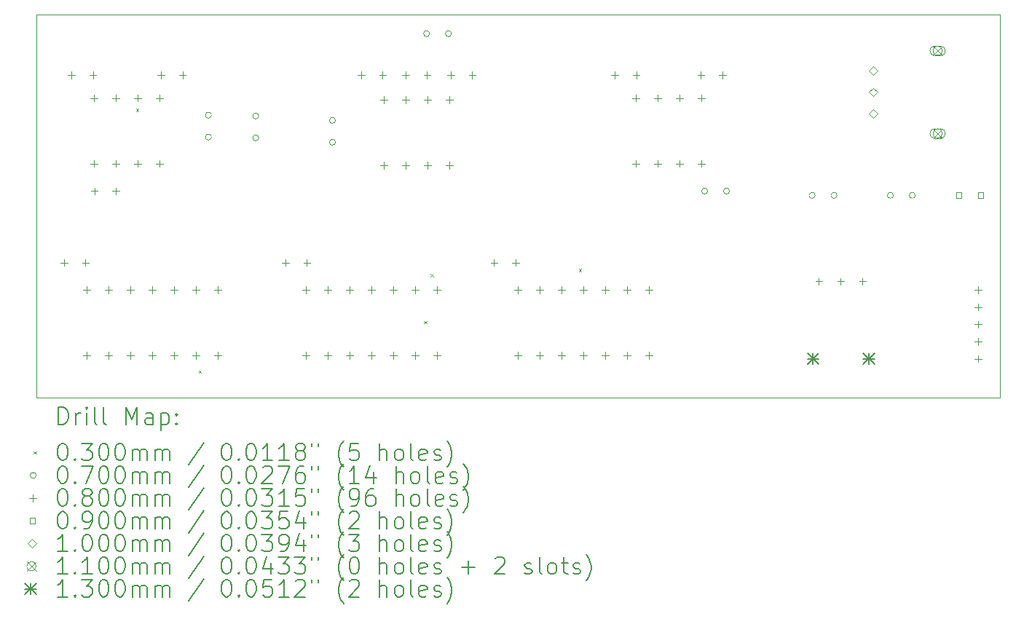
<source format=gbr>
%TF.GenerationSoftware,KiCad,Pcbnew,8.0.2*%
%TF.CreationDate,2024-05-25T18:25:16-04:00*%
%TF.ProjectId,8bc_clock,3862635f-636c-46f6-936b-2e6b69636164,3.0*%
%TF.SameCoordinates,Original*%
%TF.FileFunction,Drillmap*%
%TF.FilePolarity,Positive*%
%FSLAX45Y45*%
G04 Gerber Fmt 4.5, Leading zero omitted, Abs format (unit mm)*
G04 Created by KiCad (PCBNEW 8.0.2) date 2024-05-25 18:25:16*
%MOMM*%
%LPD*%
G01*
G04 APERTURE LIST*
%ADD10C,0.050000*%
%ADD11C,0.200000*%
%ADD12C,0.100000*%
%ADD13C,0.110000*%
%ADD14C,0.130000*%
G04 APERTURE END LIST*
D10*
X15500000Y-2550000D02*
X26700000Y-2550000D01*
X26700000Y-7000000D01*
X15500000Y-7000000D01*
X15500000Y-2550000D01*
D11*
D12*
X16658332Y-3643000D02*
X16688332Y-3673000D01*
X16688332Y-3643000D02*
X16658332Y-3673000D01*
X17385000Y-6685000D02*
X17415000Y-6715000D01*
X17415000Y-6685000D02*
X17385000Y-6715000D01*
X20008958Y-6108958D02*
X20038958Y-6138958D01*
X20038958Y-6108958D02*
X20008958Y-6138958D01*
X20085000Y-5565000D02*
X20115000Y-5595000D01*
X20115000Y-5565000D02*
X20085000Y-5595000D01*
X21806427Y-5506427D02*
X21836427Y-5536427D01*
X21836427Y-5506427D02*
X21806427Y-5536427D01*
X17535000Y-3718000D02*
G75*
G02*
X17465000Y-3718000I-35000J0D01*
G01*
X17465000Y-3718000D02*
G75*
G02*
X17535000Y-3718000I35000J0D01*
G01*
X17535000Y-3972000D02*
G75*
G02*
X17465000Y-3972000I-35000J0D01*
G01*
X17465000Y-3972000D02*
G75*
G02*
X17535000Y-3972000I35000J0D01*
G01*
X18085000Y-3728000D02*
G75*
G02*
X18015000Y-3728000I-35000J0D01*
G01*
X18015000Y-3728000D02*
G75*
G02*
X18085000Y-3728000I35000J0D01*
G01*
X18085000Y-3982000D02*
G75*
G02*
X18015000Y-3982000I-35000J0D01*
G01*
X18015000Y-3982000D02*
G75*
G02*
X18085000Y-3982000I35000J0D01*
G01*
X18977000Y-3778000D02*
G75*
G02*
X18907000Y-3778000I-35000J0D01*
G01*
X18907000Y-3778000D02*
G75*
G02*
X18977000Y-3778000I35000J0D01*
G01*
X18977000Y-4032000D02*
G75*
G02*
X18907000Y-4032000I-35000J0D01*
G01*
X18907000Y-4032000D02*
G75*
G02*
X18977000Y-4032000I35000J0D01*
G01*
X20071000Y-2770000D02*
G75*
G02*
X20001000Y-2770000I-35000J0D01*
G01*
X20001000Y-2770000D02*
G75*
G02*
X20071000Y-2770000I35000J0D01*
G01*
X20325000Y-2770000D02*
G75*
G02*
X20255000Y-2770000I-35000J0D01*
G01*
X20255000Y-2770000D02*
G75*
G02*
X20325000Y-2770000I35000J0D01*
G01*
X23303000Y-4600000D02*
G75*
G02*
X23233000Y-4600000I-35000J0D01*
G01*
X23233000Y-4600000D02*
G75*
G02*
X23303000Y-4600000I35000J0D01*
G01*
X23557000Y-4600000D02*
G75*
G02*
X23487000Y-4600000I-35000J0D01*
G01*
X23487000Y-4600000D02*
G75*
G02*
X23557000Y-4600000I35000J0D01*
G01*
X24553000Y-4650000D02*
G75*
G02*
X24483000Y-4650000I-35000J0D01*
G01*
X24483000Y-4650000D02*
G75*
G02*
X24553000Y-4650000I35000J0D01*
G01*
X24807000Y-4650000D02*
G75*
G02*
X24737000Y-4650000I-35000J0D01*
G01*
X24737000Y-4650000D02*
G75*
G02*
X24807000Y-4650000I35000J0D01*
G01*
X25463000Y-4650000D02*
G75*
G02*
X25393000Y-4650000I-35000J0D01*
G01*
X25393000Y-4650000D02*
G75*
G02*
X25463000Y-4650000I35000J0D01*
G01*
X25717000Y-4650000D02*
G75*
G02*
X25647000Y-4650000I-35000J0D01*
G01*
X25647000Y-4650000D02*
G75*
G02*
X25717000Y-4650000I35000J0D01*
G01*
X15821000Y-5392000D02*
X15821000Y-5472000D01*
X15781000Y-5432000D02*
X15861000Y-5432000D01*
X15907000Y-3210000D02*
X15907000Y-3290000D01*
X15867000Y-3250000D02*
X15947000Y-3250000D01*
X16071000Y-5392000D02*
X16071000Y-5472000D01*
X16031000Y-5432000D02*
X16111000Y-5432000D01*
X16083500Y-5710000D02*
X16083500Y-5790000D01*
X16043500Y-5750000D02*
X16123500Y-5750000D01*
X16083500Y-6472000D02*
X16083500Y-6552000D01*
X16043500Y-6512000D02*
X16123500Y-6512000D01*
X16157000Y-3210000D02*
X16157000Y-3290000D01*
X16117000Y-3250000D02*
X16197000Y-3250000D01*
X16170000Y-3478000D02*
X16170000Y-3558000D01*
X16130000Y-3518000D02*
X16210000Y-3518000D01*
X16170000Y-4240000D02*
X16170000Y-4320000D01*
X16130000Y-4280000D02*
X16210000Y-4280000D01*
X16175000Y-4560000D02*
X16175000Y-4640000D01*
X16135000Y-4600000D02*
X16215000Y-4600000D01*
X16337500Y-5710000D02*
X16337500Y-5790000D01*
X16297500Y-5750000D02*
X16377500Y-5750000D01*
X16337500Y-6472000D02*
X16337500Y-6552000D01*
X16297500Y-6512000D02*
X16377500Y-6512000D01*
X16424000Y-3478000D02*
X16424000Y-3558000D01*
X16384000Y-3518000D02*
X16464000Y-3518000D01*
X16424000Y-4240000D02*
X16424000Y-4320000D01*
X16384000Y-4280000D02*
X16464000Y-4280000D01*
X16425000Y-4560000D02*
X16425000Y-4640000D01*
X16385000Y-4600000D02*
X16465000Y-4600000D01*
X16591500Y-5710000D02*
X16591500Y-5790000D01*
X16551500Y-5750000D02*
X16631500Y-5750000D01*
X16591500Y-6472000D02*
X16591500Y-6552000D01*
X16551500Y-6512000D02*
X16631500Y-6512000D01*
X16678000Y-3478000D02*
X16678000Y-3558000D01*
X16638000Y-3518000D02*
X16718000Y-3518000D01*
X16678000Y-4240000D02*
X16678000Y-4320000D01*
X16638000Y-4280000D02*
X16718000Y-4280000D01*
X16845500Y-5710000D02*
X16845500Y-5790000D01*
X16805500Y-5750000D02*
X16885500Y-5750000D01*
X16845500Y-6472000D02*
X16845500Y-6552000D01*
X16805500Y-6512000D02*
X16885500Y-6512000D01*
X16932000Y-3478000D02*
X16932000Y-3558000D01*
X16892000Y-3518000D02*
X16972000Y-3518000D01*
X16932000Y-4240000D02*
X16932000Y-4320000D01*
X16892000Y-4280000D02*
X16972000Y-4280000D01*
X16950000Y-3210000D02*
X16950000Y-3290000D01*
X16910000Y-3250000D02*
X16990000Y-3250000D01*
X17099500Y-5710000D02*
X17099500Y-5790000D01*
X17059500Y-5750000D02*
X17139500Y-5750000D01*
X17099500Y-6472000D02*
X17099500Y-6552000D01*
X17059500Y-6512000D02*
X17139500Y-6512000D01*
X17200000Y-3210000D02*
X17200000Y-3290000D01*
X17160000Y-3250000D02*
X17240000Y-3250000D01*
X17353500Y-5710000D02*
X17353500Y-5790000D01*
X17313500Y-5750000D02*
X17393500Y-5750000D01*
X17353500Y-6472000D02*
X17353500Y-6552000D01*
X17313500Y-6512000D02*
X17393500Y-6512000D01*
X17607500Y-5710000D02*
X17607500Y-5790000D01*
X17567500Y-5750000D02*
X17647500Y-5750000D01*
X17607500Y-6472000D02*
X17607500Y-6552000D01*
X17567500Y-6512000D02*
X17647500Y-6512000D01*
X18396000Y-5392000D02*
X18396000Y-5472000D01*
X18356000Y-5432000D02*
X18436000Y-5432000D01*
X18633500Y-5710000D02*
X18633500Y-5790000D01*
X18593500Y-5750000D02*
X18673500Y-5750000D01*
X18633500Y-6472000D02*
X18633500Y-6552000D01*
X18593500Y-6512000D02*
X18673500Y-6512000D01*
X18646000Y-5392000D02*
X18646000Y-5472000D01*
X18606000Y-5432000D02*
X18686000Y-5432000D01*
X18887500Y-5710000D02*
X18887500Y-5790000D01*
X18847500Y-5750000D02*
X18927500Y-5750000D01*
X18887500Y-6472000D02*
X18887500Y-6552000D01*
X18847500Y-6512000D02*
X18927500Y-6512000D01*
X19141500Y-5710000D02*
X19141500Y-5790000D01*
X19101500Y-5750000D02*
X19181500Y-5750000D01*
X19141500Y-6472000D02*
X19141500Y-6552000D01*
X19101500Y-6512000D02*
X19181500Y-6512000D01*
X19275000Y-3210000D02*
X19275000Y-3290000D01*
X19235000Y-3250000D02*
X19315000Y-3250000D01*
X19395500Y-5710000D02*
X19395500Y-5790000D01*
X19355500Y-5750000D02*
X19435500Y-5750000D01*
X19395500Y-6472000D02*
X19395500Y-6552000D01*
X19355500Y-6512000D02*
X19435500Y-6512000D01*
X19525000Y-3210000D02*
X19525000Y-3290000D01*
X19485000Y-3250000D02*
X19565000Y-3250000D01*
X19538000Y-3498000D02*
X19538000Y-3578000D01*
X19498000Y-3538000D02*
X19578000Y-3538000D01*
X19538000Y-4260000D02*
X19538000Y-4340000D01*
X19498000Y-4300000D02*
X19578000Y-4300000D01*
X19649500Y-5710000D02*
X19649500Y-5790000D01*
X19609500Y-5750000D02*
X19689500Y-5750000D01*
X19649500Y-6472000D02*
X19649500Y-6552000D01*
X19609500Y-6512000D02*
X19689500Y-6512000D01*
X19792000Y-3210000D02*
X19792000Y-3290000D01*
X19752000Y-3250000D02*
X19832000Y-3250000D01*
X19792000Y-3498000D02*
X19792000Y-3578000D01*
X19752000Y-3538000D02*
X19832000Y-3538000D01*
X19792000Y-4260000D02*
X19792000Y-4340000D01*
X19752000Y-4300000D02*
X19832000Y-4300000D01*
X19903500Y-5710000D02*
X19903500Y-5790000D01*
X19863500Y-5750000D02*
X19943500Y-5750000D01*
X19903500Y-6472000D02*
X19903500Y-6552000D01*
X19863500Y-6512000D02*
X19943500Y-6512000D01*
X20042000Y-3210000D02*
X20042000Y-3290000D01*
X20002000Y-3250000D02*
X20082000Y-3250000D01*
X20046000Y-3498000D02*
X20046000Y-3578000D01*
X20006000Y-3538000D02*
X20086000Y-3538000D01*
X20046000Y-4260000D02*
X20046000Y-4340000D01*
X20006000Y-4300000D02*
X20086000Y-4300000D01*
X20157500Y-5710000D02*
X20157500Y-5790000D01*
X20117500Y-5750000D02*
X20197500Y-5750000D01*
X20157500Y-6472000D02*
X20157500Y-6552000D01*
X20117500Y-6512000D02*
X20197500Y-6512000D01*
X20300000Y-3498000D02*
X20300000Y-3578000D01*
X20260000Y-3538000D02*
X20340000Y-3538000D01*
X20300000Y-4260000D02*
X20300000Y-4340000D01*
X20260000Y-4300000D02*
X20340000Y-4300000D01*
X20317000Y-3210000D02*
X20317000Y-3290000D01*
X20277000Y-3250000D02*
X20357000Y-3250000D01*
X20567000Y-3210000D02*
X20567000Y-3290000D01*
X20527000Y-3250000D02*
X20607000Y-3250000D01*
X20821000Y-5392000D02*
X20821000Y-5472000D01*
X20781000Y-5432000D02*
X20861000Y-5432000D01*
X21071000Y-5392000D02*
X21071000Y-5472000D01*
X21031000Y-5432000D02*
X21111000Y-5432000D01*
X21096000Y-5710000D02*
X21096000Y-5790000D01*
X21056000Y-5750000D02*
X21136000Y-5750000D01*
X21096000Y-6472000D02*
X21096000Y-6552000D01*
X21056000Y-6512000D02*
X21136000Y-6512000D01*
X21350000Y-5710000D02*
X21350000Y-5790000D01*
X21310000Y-5750000D02*
X21390000Y-5750000D01*
X21350000Y-6472000D02*
X21350000Y-6552000D01*
X21310000Y-6512000D02*
X21390000Y-6512000D01*
X21604000Y-5710000D02*
X21604000Y-5790000D01*
X21564000Y-5750000D02*
X21644000Y-5750000D01*
X21604000Y-6472000D02*
X21604000Y-6552000D01*
X21564000Y-6512000D02*
X21644000Y-6512000D01*
X21858000Y-5710000D02*
X21858000Y-5790000D01*
X21818000Y-5750000D02*
X21898000Y-5750000D01*
X21858000Y-6472000D02*
X21858000Y-6552000D01*
X21818000Y-6512000D02*
X21898000Y-6512000D01*
X22112000Y-5710000D02*
X22112000Y-5790000D01*
X22072000Y-5750000D02*
X22152000Y-5750000D01*
X22112000Y-6472000D02*
X22112000Y-6552000D01*
X22072000Y-6512000D02*
X22152000Y-6512000D01*
X22225000Y-3210000D02*
X22225000Y-3290000D01*
X22185000Y-3250000D02*
X22265000Y-3250000D01*
X22366000Y-5710000D02*
X22366000Y-5790000D01*
X22326000Y-5750000D02*
X22406000Y-5750000D01*
X22366000Y-6472000D02*
X22366000Y-6552000D01*
X22326000Y-6512000D02*
X22406000Y-6512000D01*
X22470000Y-3478000D02*
X22470000Y-3558000D01*
X22430000Y-3518000D02*
X22510000Y-3518000D01*
X22470000Y-4240000D02*
X22470000Y-4320000D01*
X22430000Y-4280000D02*
X22510000Y-4280000D01*
X22475000Y-3210000D02*
X22475000Y-3290000D01*
X22435000Y-3250000D02*
X22515000Y-3250000D01*
X22620000Y-5710000D02*
X22620000Y-5790000D01*
X22580000Y-5750000D02*
X22660000Y-5750000D01*
X22620000Y-6472000D02*
X22620000Y-6552000D01*
X22580000Y-6512000D02*
X22660000Y-6512000D01*
X22724000Y-3478000D02*
X22724000Y-3558000D01*
X22684000Y-3518000D02*
X22764000Y-3518000D01*
X22724000Y-4240000D02*
X22724000Y-4320000D01*
X22684000Y-4280000D02*
X22764000Y-4280000D01*
X22978000Y-3478000D02*
X22978000Y-3558000D01*
X22938000Y-3518000D02*
X23018000Y-3518000D01*
X22978000Y-4240000D02*
X22978000Y-4320000D01*
X22938000Y-4280000D02*
X23018000Y-4280000D01*
X23225000Y-3210000D02*
X23225000Y-3290000D01*
X23185000Y-3250000D02*
X23265000Y-3250000D01*
X23232000Y-3478000D02*
X23232000Y-3558000D01*
X23192000Y-3518000D02*
X23272000Y-3518000D01*
X23232000Y-4240000D02*
X23232000Y-4320000D01*
X23192000Y-4280000D02*
X23272000Y-4280000D01*
X23475000Y-3210000D02*
X23475000Y-3290000D01*
X23435000Y-3250000D02*
X23515000Y-3250000D01*
X24596000Y-5610000D02*
X24596000Y-5690000D01*
X24556000Y-5650000D02*
X24636000Y-5650000D01*
X24850000Y-5610000D02*
X24850000Y-5690000D01*
X24810000Y-5650000D02*
X24890000Y-5650000D01*
X25104000Y-5610000D02*
X25104000Y-5690000D01*
X25064000Y-5650000D02*
X25144000Y-5650000D01*
X26450000Y-5710000D02*
X26450000Y-5790000D01*
X26410000Y-5750000D02*
X26490000Y-5750000D01*
X26450000Y-5910000D02*
X26450000Y-5990000D01*
X26410000Y-5950000D02*
X26490000Y-5950000D01*
X26450000Y-6110000D02*
X26450000Y-6190000D01*
X26410000Y-6150000D02*
X26490000Y-6150000D01*
X26450000Y-6310000D02*
X26450000Y-6390000D01*
X26410000Y-6350000D02*
X26490000Y-6350000D01*
X26450000Y-6510000D02*
X26450000Y-6590000D01*
X26410000Y-6550000D02*
X26490000Y-6550000D01*
X26254320Y-4681820D02*
X26254320Y-4618180D01*
X26190680Y-4618180D01*
X26190680Y-4681820D01*
X26254320Y-4681820D01*
X26508320Y-4681820D02*
X26508320Y-4618180D01*
X26444680Y-4618180D01*
X26444680Y-4681820D01*
X26508320Y-4681820D01*
X25227500Y-3250000D02*
X25277500Y-3200000D01*
X25227500Y-3150000D01*
X25177500Y-3200000D01*
X25227500Y-3250000D01*
X25227500Y-3500000D02*
X25277500Y-3450000D01*
X25227500Y-3400000D01*
X25177500Y-3450000D01*
X25227500Y-3500000D01*
X25227500Y-3750000D02*
X25277500Y-3700000D01*
X25227500Y-3650000D01*
X25177500Y-3700000D01*
X25227500Y-3750000D01*
D13*
X25922500Y-2915000D02*
X26032500Y-3025000D01*
X26032500Y-2915000D02*
X25922500Y-3025000D01*
X26032500Y-2970000D02*
G75*
G02*
X25922500Y-2970000I-55000J0D01*
G01*
X25922500Y-2970000D02*
G75*
G02*
X26032500Y-2970000I55000J0D01*
G01*
D12*
X25942500Y-3025000D02*
X26012500Y-3025000D01*
X26012500Y-2915000D02*
G75*
G02*
X26012500Y-3025000I0J-55000D01*
G01*
X26012500Y-2915000D02*
X25942500Y-2915000D01*
X25942500Y-2915000D02*
G75*
G03*
X25942500Y-3025000I0J-55000D01*
G01*
D13*
X25922500Y-3875000D02*
X26032500Y-3985000D01*
X26032500Y-3875000D02*
X25922500Y-3985000D01*
X26032500Y-3930000D02*
G75*
G02*
X25922500Y-3930000I-55000J0D01*
G01*
X25922500Y-3930000D02*
G75*
G02*
X26032500Y-3930000I55000J0D01*
G01*
D12*
X25942500Y-3985000D02*
X26012500Y-3985000D01*
X26012500Y-3875000D02*
G75*
G02*
X26012500Y-3985000I0J-55000D01*
G01*
X26012500Y-3875000D02*
X25942500Y-3875000D01*
X25942500Y-3875000D02*
G75*
G03*
X25942500Y-3985000I0J-55000D01*
G01*
D14*
X24464000Y-6485000D02*
X24594000Y-6615000D01*
X24594000Y-6485000D02*
X24464000Y-6615000D01*
X24529000Y-6485000D02*
X24529000Y-6615000D01*
X24464000Y-6550000D02*
X24594000Y-6550000D01*
X25114000Y-6485000D02*
X25244000Y-6615000D01*
X25244000Y-6485000D02*
X25114000Y-6615000D01*
X25179000Y-6485000D02*
X25179000Y-6615000D01*
X25114000Y-6550000D02*
X25244000Y-6550000D01*
D11*
X15758277Y-7313984D02*
X15758277Y-7113984D01*
X15758277Y-7113984D02*
X15805896Y-7113984D01*
X15805896Y-7113984D02*
X15834467Y-7123508D01*
X15834467Y-7123508D02*
X15853515Y-7142555D01*
X15853515Y-7142555D02*
X15863039Y-7161603D01*
X15863039Y-7161603D02*
X15872562Y-7199698D01*
X15872562Y-7199698D02*
X15872562Y-7228269D01*
X15872562Y-7228269D02*
X15863039Y-7266365D01*
X15863039Y-7266365D02*
X15853515Y-7285412D01*
X15853515Y-7285412D02*
X15834467Y-7304460D01*
X15834467Y-7304460D02*
X15805896Y-7313984D01*
X15805896Y-7313984D02*
X15758277Y-7313984D01*
X15958277Y-7313984D02*
X15958277Y-7180650D01*
X15958277Y-7218746D02*
X15967801Y-7199698D01*
X15967801Y-7199698D02*
X15977324Y-7190174D01*
X15977324Y-7190174D02*
X15996372Y-7180650D01*
X15996372Y-7180650D02*
X16015420Y-7180650D01*
X16082086Y-7313984D02*
X16082086Y-7180650D01*
X16082086Y-7113984D02*
X16072562Y-7123508D01*
X16072562Y-7123508D02*
X16082086Y-7133031D01*
X16082086Y-7133031D02*
X16091610Y-7123508D01*
X16091610Y-7123508D02*
X16082086Y-7113984D01*
X16082086Y-7113984D02*
X16082086Y-7133031D01*
X16205896Y-7313984D02*
X16186848Y-7304460D01*
X16186848Y-7304460D02*
X16177324Y-7285412D01*
X16177324Y-7285412D02*
X16177324Y-7113984D01*
X16310658Y-7313984D02*
X16291610Y-7304460D01*
X16291610Y-7304460D02*
X16282086Y-7285412D01*
X16282086Y-7285412D02*
X16282086Y-7113984D01*
X16539229Y-7313984D02*
X16539229Y-7113984D01*
X16539229Y-7113984D02*
X16605896Y-7256841D01*
X16605896Y-7256841D02*
X16672562Y-7113984D01*
X16672562Y-7113984D02*
X16672562Y-7313984D01*
X16853515Y-7313984D02*
X16853515Y-7209222D01*
X16853515Y-7209222D02*
X16843991Y-7190174D01*
X16843991Y-7190174D02*
X16824944Y-7180650D01*
X16824944Y-7180650D02*
X16786848Y-7180650D01*
X16786848Y-7180650D02*
X16767801Y-7190174D01*
X16853515Y-7304460D02*
X16834467Y-7313984D01*
X16834467Y-7313984D02*
X16786848Y-7313984D01*
X16786848Y-7313984D02*
X16767801Y-7304460D01*
X16767801Y-7304460D02*
X16758277Y-7285412D01*
X16758277Y-7285412D02*
X16758277Y-7266365D01*
X16758277Y-7266365D02*
X16767801Y-7247317D01*
X16767801Y-7247317D02*
X16786848Y-7237793D01*
X16786848Y-7237793D02*
X16834467Y-7237793D01*
X16834467Y-7237793D02*
X16853515Y-7228269D01*
X16948753Y-7180650D02*
X16948753Y-7380650D01*
X16948753Y-7190174D02*
X16967801Y-7180650D01*
X16967801Y-7180650D02*
X17005896Y-7180650D01*
X17005896Y-7180650D02*
X17024944Y-7190174D01*
X17024944Y-7190174D02*
X17034467Y-7199698D01*
X17034467Y-7199698D02*
X17043991Y-7218746D01*
X17043991Y-7218746D02*
X17043991Y-7275888D01*
X17043991Y-7275888D02*
X17034467Y-7294936D01*
X17034467Y-7294936D02*
X17024944Y-7304460D01*
X17024944Y-7304460D02*
X17005896Y-7313984D01*
X17005896Y-7313984D02*
X16967801Y-7313984D01*
X16967801Y-7313984D02*
X16948753Y-7304460D01*
X17129705Y-7294936D02*
X17139229Y-7304460D01*
X17139229Y-7304460D02*
X17129705Y-7313984D01*
X17129705Y-7313984D02*
X17120182Y-7304460D01*
X17120182Y-7304460D02*
X17129705Y-7294936D01*
X17129705Y-7294936D02*
X17129705Y-7313984D01*
X17129705Y-7190174D02*
X17139229Y-7199698D01*
X17139229Y-7199698D02*
X17129705Y-7209222D01*
X17129705Y-7209222D02*
X17120182Y-7199698D01*
X17120182Y-7199698D02*
X17129705Y-7190174D01*
X17129705Y-7190174D02*
X17129705Y-7209222D01*
D12*
X15467500Y-7627500D02*
X15497500Y-7657500D01*
X15497500Y-7627500D02*
X15467500Y-7657500D01*
D11*
X15796372Y-7533984D02*
X15815420Y-7533984D01*
X15815420Y-7533984D02*
X15834467Y-7543508D01*
X15834467Y-7543508D02*
X15843991Y-7553031D01*
X15843991Y-7553031D02*
X15853515Y-7572079D01*
X15853515Y-7572079D02*
X15863039Y-7610174D01*
X15863039Y-7610174D02*
X15863039Y-7657793D01*
X15863039Y-7657793D02*
X15853515Y-7695888D01*
X15853515Y-7695888D02*
X15843991Y-7714936D01*
X15843991Y-7714936D02*
X15834467Y-7724460D01*
X15834467Y-7724460D02*
X15815420Y-7733984D01*
X15815420Y-7733984D02*
X15796372Y-7733984D01*
X15796372Y-7733984D02*
X15777324Y-7724460D01*
X15777324Y-7724460D02*
X15767801Y-7714936D01*
X15767801Y-7714936D02*
X15758277Y-7695888D01*
X15758277Y-7695888D02*
X15748753Y-7657793D01*
X15748753Y-7657793D02*
X15748753Y-7610174D01*
X15748753Y-7610174D02*
X15758277Y-7572079D01*
X15758277Y-7572079D02*
X15767801Y-7553031D01*
X15767801Y-7553031D02*
X15777324Y-7543508D01*
X15777324Y-7543508D02*
X15796372Y-7533984D01*
X15948753Y-7714936D02*
X15958277Y-7724460D01*
X15958277Y-7724460D02*
X15948753Y-7733984D01*
X15948753Y-7733984D02*
X15939229Y-7724460D01*
X15939229Y-7724460D02*
X15948753Y-7714936D01*
X15948753Y-7714936D02*
X15948753Y-7733984D01*
X16024943Y-7533984D02*
X16148753Y-7533984D01*
X16148753Y-7533984D02*
X16082086Y-7610174D01*
X16082086Y-7610174D02*
X16110658Y-7610174D01*
X16110658Y-7610174D02*
X16129705Y-7619698D01*
X16129705Y-7619698D02*
X16139229Y-7629222D01*
X16139229Y-7629222D02*
X16148753Y-7648269D01*
X16148753Y-7648269D02*
X16148753Y-7695888D01*
X16148753Y-7695888D02*
X16139229Y-7714936D01*
X16139229Y-7714936D02*
X16129705Y-7724460D01*
X16129705Y-7724460D02*
X16110658Y-7733984D01*
X16110658Y-7733984D02*
X16053515Y-7733984D01*
X16053515Y-7733984D02*
X16034467Y-7724460D01*
X16034467Y-7724460D02*
X16024943Y-7714936D01*
X16272562Y-7533984D02*
X16291610Y-7533984D01*
X16291610Y-7533984D02*
X16310658Y-7543508D01*
X16310658Y-7543508D02*
X16320182Y-7553031D01*
X16320182Y-7553031D02*
X16329705Y-7572079D01*
X16329705Y-7572079D02*
X16339229Y-7610174D01*
X16339229Y-7610174D02*
X16339229Y-7657793D01*
X16339229Y-7657793D02*
X16329705Y-7695888D01*
X16329705Y-7695888D02*
X16320182Y-7714936D01*
X16320182Y-7714936D02*
X16310658Y-7724460D01*
X16310658Y-7724460D02*
X16291610Y-7733984D01*
X16291610Y-7733984D02*
X16272562Y-7733984D01*
X16272562Y-7733984D02*
X16253515Y-7724460D01*
X16253515Y-7724460D02*
X16243991Y-7714936D01*
X16243991Y-7714936D02*
X16234467Y-7695888D01*
X16234467Y-7695888D02*
X16224943Y-7657793D01*
X16224943Y-7657793D02*
X16224943Y-7610174D01*
X16224943Y-7610174D02*
X16234467Y-7572079D01*
X16234467Y-7572079D02*
X16243991Y-7553031D01*
X16243991Y-7553031D02*
X16253515Y-7543508D01*
X16253515Y-7543508D02*
X16272562Y-7533984D01*
X16463039Y-7533984D02*
X16482086Y-7533984D01*
X16482086Y-7533984D02*
X16501134Y-7543508D01*
X16501134Y-7543508D02*
X16510658Y-7553031D01*
X16510658Y-7553031D02*
X16520182Y-7572079D01*
X16520182Y-7572079D02*
X16529705Y-7610174D01*
X16529705Y-7610174D02*
X16529705Y-7657793D01*
X16529705Y-7657793D02*
X16520182Y-7695888D01*
X16520182Y-7695888D02*
X16510658Y-7714936D01*
X16510658Y-7714936D02*
X16501134Y-7724460D01*
X16501134Y-7724460D02*
X16482086Y-7733984D01*
X16482086Y-7733984D02*
X16463039Y-7733984D01*
X16463039Y-7733984D02*
X16443991Y-7724460D01*
X16443991Y-7724460D02*
X16434467Y-7714936D01*
X16434467Y-7714936D02*
X16424943Y-7695888D01*
X16424943Y-7695888D02*
X16415420Y-7657793D01*
X16415420Y-7657793D02*
X16415420Y-7610174D01*
X16415420Y-7610174D02*
X16424943Y-7572079D01*
X16424943Y-7572079D02*
X16434467Y-7553031D01*
X16434467Y-7553031D02*
X16443991Y-7543508D01*
X16443991Y-7543508D02*
X16463039Y-7533984D01*
X16615420Y-7733984D02*
X16615420Y-7600650D01*
X16615420Y-7619698D02*
X16624943Y-7610174D01*
X16624943Y-7610174D02*
X16643991Y-7600650D01*
X16643991Y-7600650D02*
X16672563Y-7600650D01*
X16672563Y-7600650D02*
X16691610Y-7610174D01*
X16691610Y-7610174D02*
X16701134Y-7629222D01*
X16701134Y-7629222D02*
X16701134Y-7733984D01*
X16701134Y-7629222D02*
X16710658Y-7610174D01*
X16710658Y-7610174D02*
X16729705Y-7600650D01*
X16729705Y-7600650D02*
X16758277Y-7600650D01*
X16758277Y-7600650D02*
X16777325Y-7610174D01*
X16777325Y-7610174D02*
X16786848Y-7629222D01*
X16786848Y-7629222D02*
X16786848Y-7733984D01*
X16882086Y-7733984D02*
X16882086Y-7600650D01*
X16882086Y-7619698D02*
X16891610Y-7610174D01*
X16891610Y-7610174D02*
X16910658Y-7600650D01*
X16910658Y-7600650D02*
X16939229Y-7600650D01*
X16939229Y-7600650D02*
X16958277Y-7610174D01*
X16958277Y-7610174D02*
X16967801Y-7629222D01*
X16967801Y-7629222D02*
X16967801Y-7733984D01*
X16967801Y-7629222D02*
X16977325Y-7610174D01*
X16977325Y-7610174D02*
X16996372Y-7600650D01*
X16996372Y-7600650D02*
X17024944Y-7600650D01*
X17024944Y-7600650D02*
X17043991Y-7610174D01*
X17043991Y-7610174D02*
X17053515Y-7629222D01*
X17053515Y-7629222D02*
X17053515Y-7733984D01*
X17443991Y-7524460D02*
X17272563Y-7781603D01*
X17701134Y-7533984D02*
X17720182Y-7533984D01*
X17720182Y-7533984D02*
X17739229Y-7543508D01*
X17739229Y-7543508D02*
X17748753Y-7553031D01*
X17748753Y-7553031D02*
X17758277Y-7572079D01*
X17758277Y-7572079D02*
X17767801Y-7610174D01*
X17767801Y-7610174D02*
X17767801Y-7657793D01*
X17767801Y-7657793D02*
X17758277Y-7695888D01*
X17758277Y-7695888D02*
X17748753Y-7714936D01*
X17748753Y-7714936D02*
X17739229Y-7724460D01*
X17739229Y-7724460D02*
X17720182Y-7733984D01*
X17720182Y-7733984D02*
X17701134Y-7733984D01*
X17701134Y-7733984D02*
X17682087Y-7724460D01*
X17682087Y-7724460D02*
X17672563Y-7714936D01*
X17672563Y-7714936D02*
X17663039Y-7695888D01*
X17663039Y-7695888D02*
X17653515Y-7657793D01*
X17653515Y-7657793D02*
X17653515Y-7610174D01*
X17653515Y-7610174D02*
X17663039Y-7572079D01*
X17663039Y-7572079D02*
X17672563Y-7553031D01*
X17672563Y-7553031D02*
X17682087Y-7543508D01*
X17682087Y-7543508D02*
X17701134Y-7533984D01*
X17853515Y-7714936D02*
X17863039Y-7724460D01*
X17863039Y-7724460D02*
X17853515Y-7733984D01*
X17853515Y-7733984D02*
X17843991Y-7724460D01*
X17843991Y-7724460D02*
X17853515Y-7714936D01*
X17853515Y-7714936D02*
X17853515Y-7733984D01*
X17986848Y-7533984D02*
X18005896Y-7533984D01*
X18005896Y-7533984D02*
X18024944Y-7543508D01*
X18024944Y-7543508D02*
X18034468Y-7553031D01*
X18034468Y-7553031D02*
X18043991Y-7572079D01*
X18043991Y-7572079D02*
X18053515Y-7610174D01*
X18053515Y-7610174D02*
X18053515Y-7657793D01*
X18053515Y-7657793D02*
X18043991Y-7695888D01*
X18043991Y-7695888D02*
X18034468Y-7714936D01*
X18034468Y-7714936D02*
X18024944Y-7724460D01*
X18024944Y-7724460D02*
X18005896Y-7733984D01*
X18005896Y-7733984D02*
X17986848Y-7733984D01*
X17986848Y-7733984D02*
X17967801Y-7724460D01*
X17967801Y-7724460D02*
X17958277Y-7714936D01*
X17958277Y-7714936D02*
X17948753Y-7695888D01*
X17948753Y-7695888D02*
X17939229Y-7657793D01*
X17939229Y-7657793D02*
X17939229Y-7610174D01*
X17939229Y-7610174D02*
X17948753Y-7572079D01*
X17948753Y-7572079D02*
X17958277Y-7553031D01*
X17958277Y-7553031D02*
X17967801Y-7543508D01*
X17967801Y-7543508D02*
X17986848Y-7533984D01*
X18243991Y-7733984D02*
X18129706Y-7733984D01*
X18186848Y-7733984D02*
X18186848Y-7533984D01*
X18186848Y-7533984D02*
X18167801Y-7562555D01*
X18167801Y-7562555D02*
X18148753Y-7581603D01*
X18148753Y-7581603D02*
X18129706Y-7591127D01*
X18434468Y-7733984D02*
X18320182Y-7733984D01*
X18377325Y-7733984D02*
X18377325Y-7533984D01*
X18377325Y-7533984D02*
X18358277Y-7562555D01*
X18358277Y-7562555D02*
X18339229Y-7581603D01*
X18339229Y-7581603D02*
X18320182Y-7591127D01*
X18548753Y-7619698D02*
X18529706Y-7610174D01*
X18529706Y-7610174D02*
X18520182Y-7600650D01*
X18520182Y-7600650D02*
X18510658Y-7581603D01*
X18510658Y-7581603D02*
X18510658Y-7572079D01*
X18510658Y-7572079D02*
X18520182Y-7553031D01*
X18520182Y-7553031D02*
X18529706Y-7543508D01*
X18529706Y-7543508D02*
X18548753Y-7533984D01*
X18548753Y-7533984D02*
X18586849Y-7533984D01*
X18586849Y-7533984D02*
X18605896Y-7543508D01*
X18605896Y-7543508D02*
X18615420Y-7553031D01*
X18615420Y-7553031D02*
X18624944Y-7572079D01*
X18624944Y-7572079D02*
X18624944Y-7581603D01*
X18624944Y-7581603D02*
X18615420Y-7600650D01*
X18615420Y-7600650D02*
X18605896Y-7610174D01*
X18605896Y-7610174D02*
X18586849Y-7619698D01*
X18586849Y-7619698D02*
X18548753Y-7619698D01*
X18548753Y-7619698D02*
X18529706Y-7629222D01*
X18529706Y-7629222D02*
X18520182Y-7638746D01*
X18520182Y-7638746D02*
X18510658Y-7657793D01*
X18510658Y-7657793D02*
X18510658Y-7695888D01*
X18510658Y-7695888D02*
X18520182Y-7714936D01*
X18520182Y-7714936D02*
X18529706Y-7724460D01*
X18529706Y-7724460D02*
X18548753Y-7733984D01*
X18548753Y-7733984D02*
X18586849Y-7733984D01*
X18586849Y-7733984D02*
X18605896Y-7724460D01*
X18605896Y-7724460D02*
X18615420Y-7714936D01*
X18615420Y-7714936D02*
X18624944Y-7695888D01*
X18624944Y-7695888D02*
X18624944Y-7657793D01*
X18624944Y-7657793D02*
X18615420Y-7638746D01*
X18615420Y-7638746D02*
X18605896Y-7629222D01*
X18605896Y-7629222D02*
X18586849Y-7619698D01*
X18701134Y-7533984D02*
X18701134Y-7572079D01*
X18777325Y-7533984D02*
X18777325Y-7572079D01*
X19072563Y-7810174D02*
X19063039Y-7800650D01*
X19063039Y-7800650D02*
X19043991Y-7772079D01*
X19043991Y-7772079D02*
X19034468Y-7753031D01*
X19034468Y-7753031D02*
X19024944Y-7724460D01*
X19024944Y-7724460D02*
X19015420Y-7676841D01*
X19015420Y-7676841D02*
X19015420Y-7638746D01*
X19015420Y-7638746D02*
X19024944Y-7591127D01*
X19024944Y-7591127D02*
X19034468Y-7562555D01*
X19034468Y-7562555D02*
X19043991Y-7543508D01*
X19043991Y-7543508D02*
X19063039Y-7514936D01*
X19063039Y-7514936D02*
X19072563Y-7505412D01*
X19243991Y-7533984D02*
X19148753Y-7533984D01*
X19148753Y-7533984D02*
X19139230Y-7629222D01*
X19139230Y-7629222D02*
X19148753Y-7619698D01*
X19148753Y-7619698D02*
X19167801Y-7610174D01*
X19167801Y-7610174D02*
X19215420Y-7610174D01*
X19215420Y-7610174D02*
X19234468Y-7619698D01*
X19234468Y-7619698D02*
X19243991Y-7629222D01*
X19243991Y-7629222D02*
X19253515Y-7648269D01*
X19253515Y-7648269D02*
X19253515Y-7695888D01*
X19253515Y-7695888D02*
X19243991Y-7714936D01*
X19243991Y-7714936D02*
X19234468Y-7724460D01*
X19234468Y-7724460D02*
X19215420Y-7733984D01*
X19215420Y-7733984D02*
X19167801Y-7733984D01*
X19167801Y-7733984D02*
X19148753Y-7724460D01*
X19148753Y-7724460D02*
X19139230Y-7714936D01*
X19491611Y-7733984D02*
X19491611Y-7533984D01*
X19577325Y-7733984D02*
X19577325Y-7629222D01*
X19577325Y-7629222D02*
X19567801Y-7610174D01*
X19567801Y-7610174D02*
X19548753Y-7600650D01*
X19548753Y-7600650D02*
X19520182Y-7600650D01*
X19520182Y-7600650D02*
X19501134Y-7610174D01*
X19501134Y-7610174D02*
X19491611Y-7619698D01*
X19701134Y-7733984D02*
X19682087Y-7724460D01*
X19682087Y-7724460D02*
X19672563Y-7714936D01*
X19672563Y-7714936D02*
X19663039Y-7695888D01*
X19663039Y-7695888D02*
X19663039Y-7638746D01*
X19663039Y-7638746D02*
X19672563Y-7619698D01*
X19672563Y-7619698D02*
X19682087Y-7610174D01*
X19682087Y-7610174D02*
X19701134Y-7600650D01*
X19701134Y-7600650D02*
X19729706Y-7600650D01*
X19729706Y-7600650D02*
X19748753Y-7610174D01*
X19748753Y-7610174D02*
X19758277Y-7619698D01*
X19758277Y-7619698D02*
X19767801Y-7638746D01*
X19767801Y-7638746D02*
X19767801Y-7695888D01*
X19767801Y-7695888D02*
X19758277Y-7714936D01*
X19758277Y-7714936D02*
X19748753Y-7724460D01*
X19748753Y-7724460D02*
X19729706Y-7733984D01*
X19729706Y-7733984D02*
X19701134Y-7733984D01*
X19882087Y-7733984D02*
X19863039Y-7724460D01*
X19863039Y-7724460D02*
X19853515Y-7705412D01*
X19853515Y-7705412D02*
X19853515Y-7533984D01*
X20034468Y-7724460D02*
X20015420Y-7733984D01*
X20015420Y-7733984D02*
X19977325Y-7733984D01*
X19977325Y-7733984D02*
X19958277Y-7724460D01*
X19958277Y-7724460D02*
X19948753Y-7705412D01*
X19948753Y-7705412D02*
X19948753Y-7629222D01*
X19948753Y-7629222D02*
X19958277Y-7610174D01*
X19958277Y-7610174D02*
X19977325Y-7600650D01*
X19977325Y-7600650D02*
X20015420Y-7600650D01*
X20015420Y-7600650D02*
X20034468Y-7610174D01*
X20034468Y-7610174D02*
X20043992Y-7629222D01*
X20043992Y-7629222D02*
X20043992Y-7648269D01*
X20043992Y-7648269D02*
X19948753Y-7667317D01*
X20120182Y-7724460D02*
X20139230Y-7733984D01*
X20139230Y-7733984D02*
X20177325Y-7733984D01*
X20177325Y-7733984D02*
X20196373Y-7724460D01*
X20196373Y-7724460D02*
X20205896Y-7705412D01*
X20205896Y-7705412D02*
X20205896Y-7695888D01*
X20205896Y-7695888D02*
X20196373Y-7676841D01*
X20196373Y-7676841D02*
X20177325Y-7667317D01*
X20177325Y-7667317D02*
X20148753Y-7667317D01*
X20148753Y-7667317D02*
X20129706Y-7657793D01*
X20129706Y-7657793D02*
X20120182Y-7638746D01*
X20120182Y-7638746D02*
X20120182Y-7629222D01*
X20120182Y-7629222D02*
X20129706Y-7610174D01*
X20129706Y-7610174D02*
X20148753Y-7600650D01*
X20148753Y-7600650D02*
X20177325Y-7600650D01*
X20177325Y-7600650D02*
X20196373Y-7610174D01*
X20272563Y-7810174D02*
X20282087Y-7800650D01*
X20282087Y-7800650D02*
X20301134Y-7772079D01*
X20301134Y-7772079D02*
X20310658Y-7753031D01*
X20310658Y-7753031D02*
X20320182Y-7724460D01*
X20320182Y-7724460D02*
X20329706Y-7676841D01*
X20329706Y-7676841D02*
X20329706Y-7638746D01*
X20329706Y-7638746D02*
X20320182Y-7591127D01*
X20320182Y-7591127D02*
X20310658Y-7562555D01*
X20310658Y-7562555D02*
X20301134Y-7543508D01*
X20301134Y-7543508D02*
X20282087Y-7514936D01*
X20282087Y-7514936D02*
X20272563Y-7505412D01*
D12*
X15497500Y-7906500D02*
G75*
G02*
X15427500Y-7906500I-35000J0D01*
G01*
X15427500Y-7906500D02*
G75*
G02*
X15497500Y-7906500I35000J0D01*
G01*
D11*
X15796372Y-7797984D02*
X15815420Y-7797984D01*
X15815420Y-7797984D02*
X15834467Y-7807508D01*
X15834467Y-7807508D02*
X15843991Y-7817031D01*
X15843991Y-7817031D02*
X15853515Y-7836079D01*
X15853515Y-7836079D02*
X15863039Y-7874174D01*
X15863039Y-7874174D02*
X15863039Y-7921793D01*
X15863039Y-7921793D02*
X15853515Y-7959888D01*
X15853515Y-7959888D02*
X15843991Y-7978936D01*
X15843991Y-7978936D02*
X15834467Y-7988460D01*
X15834467Y-7988460D02*
X15815420Y-7997984D01*
X15815420Y-7997984D02*
X15796372Y-7997984D01*
X15796372Y-7997984D02*
X15777324Y-7988460D01*
X15777324Y-7988460D02*
X15767801Y-7978936D01*
X15767801Y-7978936D02*
X15758277Y-7959888D01*
X15758277Y-7959888D02*
X15748753Y-7921793D01*
X15748753Y-7921793D02*
X15748753Y-7874174D01*
X15748753Y-7874174D02*
X15758277Y-7836079D01*
X15758277Y-7836079D02*
X15767801Y-7817031D01*
X15767801Y-7817031D02*
X15777324Y-7807508D01*
X15777324Y-7807508D02*
X15796372Y-7797984D01*
X15948753Y-7978936D02*
X15958277Y-7988460D01*
X15958277Y-7988460D02*
X15948753Y-7997984D01*
X15948753Y-7997984D02*
X15939229Y-7988460D01*
X15939229Y-7988460D02*
X15948753Y-7978936D01*
X15948753Y-7978936D02*
X15948753Y-7997984D01*
X16024943Y-7797984D02*
X16158277Y-7797984D01*
X16158277Y-7797984D02*
X16072562Y-7997984D01*
X16272562Y-7797984D02*
X16291610Y-7797984D01*
X16291610Y-7797984D02*
X16310658Y-7807508D01*
X16310658Y-7807508D02*
X16320182Y-7817031D01*
X16320182Y-7817031D02*
X16329705Y-7836079D01*
X16329705Y-7836079D02*
X16339229Y-7874174D01*
X16339229Y-7874174D02*
X16339229Y-7921793D01*
X16339229Y-7921793D02*
X16329705Y-7959888D01*
X16329705Y-7959888D02*
X16320182Y-7978936D01*
X16320182Y-7978936D02*
X16310658Y-7988460D01*
X16310658Y-7988460D02*
X16291610Y-7997984D01*
X16291610Y-7997984D02*
X16272562Y-7997984D01*
X16272562Y-7997984D02*
X16253515Y-7988460D01*
X16253515Y-7988460D02*
X16243991Y-7978936D01*
X16243991Y-7978936D02*
X16234467Y-7959888D01*
X16234467Y-7959888D02*
X16224943Y-7921793D01*
X16224943Y-7921793D02*
X16224943Y-7874174D01*
X16224943Y-7874174D02*
X16234467Y-7836079D01*
X16234467Y-7836079D02*
X16243991Y-7817031D01*
X16243991Y-7817031D02*
X16253515Y-7807508D01*
X16253515Y-7807508D02*
X16272562Y-7797984D01*
X16463039Y-7797984D02*
X16482086Y-7797984D01*
X16482086Y-7797984D02*
X16501134Y-7807508D01*
X16501134Y-7807508D02*
X16510658Y-7817031D01*
X16510658Y-7817031D02*
X16520182Y-7836079D01*
X16520182Y-7836079D02*
X16529705Y-7874174D01*
X16529705Y-7874174D02*
X16529705Y-7921793D01*
X16529705Y-7921793D02*
X16520182Y-7959888D01*
X16520182Y-7959888D02*
X16510658Y-7978936D01*
X16510658Y-7978936D02*
X16501134Y-7988460D01*
X16501134Y-7988460D02*
X16482086Y-7997984D01*
X16482086Y-7997984D02*
X16463039Y-7997984D01*
X16463039Y-7997984D02*
X16443991Y-7988460D01*
X16443991Y-7988460D02*
X16434467Y-7978936D01*
X16434467Y-7978936D02*
X16424943Y-7959888D01*
X16424943Y-7959888D02*
X16415420Y-7921793D01*
X16415420Y-7921793D02*
X16415420Y-7874174D01*
X16415420Y-7874174D02*
X16424943Y-7836079D01*
X16424943Y-7836079D02*
X16434467Y-7817031D01*
X16434467Y-7817031D02*
X16443991Y-7807508D01*
X16443991Y-7807508D02*
X16463039Y-7797984D01*
X16615420Y-7997984D02*
X16615420Y-7864650D01*
X16615420Y-7883698D02*
X16624943Y-7874174D01*
X16624943Y-7874174D02*
X16643991Y-7864650D01*
X16643991Y-7864650D02*
X16672563Y-7864650D01*
X16672563Y-7864650D02*
X16691610Y-7874174D01*
X16691610Y-7874174D02*
X16701134Y-7893222D01*
X16701134Y-7893222D02*
X16701134Y-7997984D01*
X16701134Y-7893222D02*
X16710658Y-7874174D01*
X16710658Y-7874174D02*
X16729705Y-7864650D01*
X16729705Y-7864650D02*
X16758277Y-7864650D01*
X16758277Y-7864650D02*
X16777325Y-7874174D01*
X16777325Y-7874174D02*
X16786848Y-7893222D01*
X16786848Y-7893222D02*
X16786848Y-7997984D01*
X16882086Y-7997984D02*
X16882086Y-7864650D01*
X16882086Y-7883698D02*
X16891610Y-7874174D01*
X16891610Y-7874174D02*
X16910658Y-7864650D01*
X16910658Y-7864650D02*
X16939229Y-7864650D01*
X16939229Y-7864650D02*
X16958277Y-7874174D01*
X16958277Y-7874174D02*
X16967801Y-7893222D01*
X16967801Y-7893222D02*
X16967801Y-7997984D01*
X16967801Y-7893222D02*
X16977325Y-7874174D01*
X16977325Y-7874174D02*
X16996372Y-7864650D01*
X16996372Y-7864650D02*
X17024944Y-7864650D01*
X17024944Y-7864650D02*
X17043991Y-7874174D01*
X17043991Y-7874174D02*
X17053515Y-7893222D01*
X17053515Y-7893222D02*
X17053515Y-7997984D01*
X17443991Y-7788460D02*
X17272563Y-8045603D01*
X17701134Y-7797984D02*
X17720182Y-7797984D01*
X17720182Y-7797984D02*
X17739229Y-7807508D01*
X17739229Y-7807508D02*
X17748753Y-7817031D01*
X17748753Y-7817031D02*
X17758277Y-7836079D01*
X17758277Y-7836079D02*
X17767801Y-7874174D01*
X17767801Y-7874174D02*
X17767801Y-7921793D01*
X17767801Y-7921793D02*
X17758277Y-7959888D01*
X17758277Y-7959888D02*
X17748753Y-7978936D01*
X17748753Y-7978936D02*
X17739229Y-7988460D01*
X17739229Y-7988460D02*
X17720182Y-7997984D01*
X17720182Y-7997984D02*
X17701134Y-7997984D01*
X17701134Y-7997984D02*
X17682087Y-7988460D01*
X17682087Y-7988460D02*
X17672563Y-7978936D01*
X17672563Y-7978936D02*
X17663039Y-7959888D01*
X17663039Y-7959888D02*
X17653515Y-7921793D01*
X17653515Y-7921793D02*
X17653515Y-7874174D01*
X17653515Y-7874174D02*
X17663039Y-7836079D01*
X17663039Y-7836079D02*
X17672563Y-7817031D01*
X17672563Y-7817031D02*
X17682087Y-7807508D01*
X17682087Y-7807508D02*
X17701134Y-7797984D01*
X17853515Y-7978936D02*
X17863039Y-7988460D01*
X17863039Y-7988460D02*
X17853515Y-7997984D01*
X17853515Y-7997984D02*
X17843991Y-7988460D01*
X17843991Y-7988460D02*
X17853515Y-7978936D01*
X17853515Y-7978936D02*
X17853515Y-7997984D01*
X17986848Y-7797984D02*
X18005896Y-7797984D01*
X18005896Y-7797984D02*
X18024944Y-7807508D01*
X18024944Y-7807508D02*
X18034468Y-7817031D01*
X18034468Y-7817031D02*
X18043991Y-7836079D01*
X18043991Y-7836079D02*
X18053515Y-7874174D01*
X18053515Y-7874174D02*
X18053515Y-7921793D01*
X18053515Y-7921793D02*
X18043991Y-7959888D01*
X18043991Y-7959888D02*
X18034468Y-7978936D01*
X18034468Y-7978936D02*
X18024944Y-7988460D01*
X18024944Y-7988460D02*
X18005896Y-7997984D01*
X18005896Y-7997984D02*
X17986848Y-7997984D01*
X17986848Y-7997984D02*
X17967801Y-7988460D01*
X17967801Y-7988460D02*
X17958277Y-7978936D01*
X17958277Y-7978936D02*
X17948753Y-7959888D01*
X17948753Y-7959888D02*
X17939229Y-7921793D01*
X17939229Y-7921793D02*
X17939229Y-7874174D01*
X17939229Y-7874174D02*
X17948753Y-7836079D01*
X17948753Y-7836079D02*
X17958277Y-7817031D01*
X17958277Y-7817031D02*
X17967801Y-7807508D01*
X17967801Y-7807508D02*
X17986848Y-7797984D01*
X18129706Y-7817031D02*
X18139229Y-7807508D01*
X18139229Y-7807508D02*
X18158277Y-7797984D01*
X18158277Y-7797984D02*
X18205896Y-7797984D01*
X18205896Y-7797984D02*
X18224944Y-7807508D01*
X18224944Y-7807508D02*
X18234468Y-7817031D01*
X18234468Y-7817031D02*
X18243991Y-7836079D01*
X18243991Y-7836079D02*
X18243991Y-7855127D01*
X18243991Y-7855127D02*
X18234468Y-7883698D01*
X18234468Y-7883698D02*
X18120182Y-7997984D01*
X18120182Y-7997984D02*
X18243991Y-7997984D01*
X18310658Y-7797984D02*
X18443991Y-7797984D01*
X18443991Y-7797984D02*
X18358277Y-7997984D01*
X18605896Y-7797984D02*
X18567801Y-7797984D01*
X18567801Y-7797984D02*
X18548753Y-7807508D01*
X18548753Y-7807508D02*
X18539229Y-7817031D01*
X18539229Y-7817031D02*
X18520182Y-7845603D01*
X18520182Y-7845603D02*
X18510658Y-7883698D01*
X18510658Y-7883698D02*
X18510658Y-7959888D01*
X18510658Y-7959888D02*
X18520182Y-7978936D01*
X18520182Y-7978936D02*
X18529706Y-7988460D01*
X18529706Y-7988460D02*
X18548753Y-7997984D01*
X18548753Y-7997984D02*
X18586849Y-7997984D01*
X18586849Y-7997984D02*
X18605896Y-7988460D01*
X18605896Y-7988460D02*
X18615420Y-7978936D01*
X18615420Y-7978936D02*
X18624944Y-7959888D01*
X18624944Y-7959888D02*
X18624944Y-7912269D01*
X18624944Y-7912269D02*
X18615420Y-7893222D01*
X18615420Y-7893222D02*
X18605896Y-7883698D01*
X18605896Y-7883698D02*
X18586849Y-7874174D01*
X18586849Y-7874174D02*
X18548753Y-7874174D01*
X18548753Y-7874174D02*
X18529706Y-7883698D01*
X18529706Y-7883698D02*
X18520182Y-7893222D01*
X18520182Y-7893222D02*
X18510658Y-7912269D01*
X18701134Y-7797984D02*
X18701134Y-7836079D01*
X18777325Y-7797984D02*
X18777325Y-7836079D01*
X19072563Y-8074174D02*
X19063039Y-8064650D01*
X19063039Y-8064650D02*
X19043991Y-8036079D01*
X19043991Y-8036079D02*
X19034468Y-8017031D01*
X19034468Y-8017031D02*
X19024944Y-7988460D01*
X19024944Y-7988460D02*
X19015420Y-7940841D01*
X19015420Y-7940841D02*
X19015420Y-7902746D01*
X19015420Y-7902746D02*
X19024944Y-7855127D01*
X19024944Y-7855127D02*
X19034468Y-7826555D01*
X19034468Y-7826555D02*
X19043991Y-7807508D01*
X19043991Y-7807508D02*
X19063039Y-7778936D01*
X19063039Y-7778936D02*
X19072563Y-7769412D01*
X19253515Y-7997984D02*
X19139230Y-7997984D01*
X19196372Y-7997984D02*
X19196372Y-7797984D01*
X19196372Y-7797984D02*
X19177325Y-7826555D01*
X19177325Y-7826555D02*
X19158277Y-7845603D01*
X19158277Y-7845603D02*
X19139230Y-7855127D01*
X19424944Y-7864650D02*
X19424944Y-7997984D01*
X19377325Y-7788460D02*
X19329706Y-7931317D01*
X19329706Y-7931317D02*
X19453515Y-7931317D01*
X19682087Y-7997984D02*
X19682087Y-7797984D01*
X19767801Y-7997984D02*
X19767801Y-7893222D01*
X19767801Y-7893222D02*
X19758277Y-7874174D01*
X19758277Y-7874174D02*
X19739230Y-7864650D01*
X19739230Y-7864650D02*
X19710658Y-7864650D01*
X19710658Y-7864650D02*
X19691611Y-7874174D01*
X19691611Y-7874174D02*
X19682087Y-7883698D01*
X19891611Y-7997984D02*
X19872563Y-7988460D01*
X19872563Y-7988460D02*
X19863039Y-7978936D01*
X19863039Y-7978936D02*
X19853515Y-7959888D01*
X19853515Y-7959888D02*
X19853515Y-7902746D01*
X19853515Y-7902746D02*
X19863039Y-7883698D01*
X19863039Y-7883698D02*
X19872563Y-7874174D01*
X19872563Y-7874174D02*
X19891611Y-7864650D01*
X19891611Y-7864650D02*
X19920182Y-7864650D01*
X19920182Y-7864650D02*
X19939230Y-7874174D01*
X19939230Y-7874174D02*
X19948753Y-7883698D01*
X19948753Y-7883698D02*
X19958277Y-7902746D01*
X19958277Y-7902746D02*
X19958277Y-7959888D01*
X19958277Y-7959888D02*
X19948753Y-7978936D01*
X19948753Y-7978936D02*
X19939230Y-7988460D01*
X19939230Y-7988460D02*
X19920182Y-7997984D01*
X19920182Y-7997984D02*
X19891611Y-7997984D01*
X20072563Y-7997984D02*
X20053515Y-7988460D01*
X20053515Y-7988460D02*
X20043992Y-7969412D01*
X20043992Y-7969412D02*
X20043992Y-7797984D01*
X20224944Y-7988460D02*
X20205896Y-7997984D01*
X20205896Y-7997984D02*
X20167801Y-7997984D01*
X20167801Y-7997984D02*
X20148753Y-7988460D01*
X20148753Y-7988460D02*
X20139230Y-7969412D01*
X20139230Y-7969412D02*
X20139230Y-7893222D01*
X20139230Y-7893222D02*
X20148753Y-7874174D01*
X20148753Y-7874174D02*
X20167801Y-7864650D01*
X20167801Y-7864650D02*
X20205896Y-7864650D01*
X20205896Y-7864650D02*
X20224944Y-7874174D01*
X20224944Y-7874174D02*
X20234468Y-7893222D01*
X20234468Y-7893222D02*
X20234468Y-7912269D01*
X20234468Y-7912269D02*
X20139230Y-7931317D01*
X20310658Y-7988460D02*
X20329706Y-7997984D01*
X20329706Y-7997984D02*
X20367801Y-7997984D01*
X20367801Y-7997984D02*
X20386849Y-7988460D01*
X20386849Y-7988460D02*
X20396373Y-7969412D01*
X20396373Y-7969412D02*
X20396373Y-7959888D01*
X20396373Y-7959888D02*
X20386849Y-7940841D01*
X20386849Y-7940841D02*
X20367801Y-7931317D01*
X20367801Y-7931317D02*
X20339230Y-7931317D01*
X20339230Y-7931317D02*
X20320182Y-7921793D01*
X20320182Y-7921793D02*
X20310658Y-7902746D01*
X20310658Y-7902746D02*
X20310658Y-7893222D01*
X20310658Y-7893222D02*
X20320182Y-7874174D01*
X20320182Y-7874174D02*
X20339230Y-7864650D01*
X20339230Y-7864650D02*
X20367801Y-7864650D01*
X20367801Y-7864650D02*
X20386849Y-7874174D01*
X20463039Y-8074174D02*
X20472563Y-8064650D01*
X20472563Y-8064650D02*
X20491611Y-8036079D01*
X20491611Y-8036079D02*
X20501134Y-8017031D01*
X20501134Y-8017031D02*
X20510658Y-7988460D01*
X20510658Y-7988460D02*
X20520182Y-7940841D01*
X20520182Y-7940841D02*
X20520182Y-7902746D01*
X20520182Y-7902746D02*
X20510658Y-7855127D01*
X20510658Y-7855127D02*
X20501134Y-7826555D01*
X20501134Y-7826555D02*
X20491611Y-7807508D01*
X20491611Y-7807508D02*
X20472563Y-7778936D01*
X20472563Y-7778936D02*
X20463039Y-7769412D01*
D12*
X15457500Y-8130500D02*
X15457500Y-8210500D01*
X15417500Y-8170500D02*
X15497500Y-8170500D01*
D11*
X15796372Y-8061984D02*
X15815420Y-8061984D01*
X15815420Y-8061984D02*
X15834467Y-8071508D01*
X15834467Y-8071508D02*
X15843991Y-8081031D01*
X15843991Y-8081031D02*
X15853515Y-8100079D01*
X15853515Y-8100079D02*
X15863039Y-8138174D01*
X15863039Y-8138174D02*
X15863039Y-8185793D01*
X15863039Y-8185793D02*
X15853515Y-8223888D01*
X15853515Y-8223888D02*
X15843991Y-8242936D01*
X15843991Y-8242936D02*
X15834467Y-8252460D01*
X15834467Y-8252460D02*
X15815420Y-8261984D01*
X15815420Y-8261984D02*
X15796372Y-8261984D01*
X15796372Y-8261984D02*
X15777324Y-8252460D01*
X15777324Y-8252460D02*
X15767801Y-8242936D01*
X15767801Y-8242936D02*
X15758277Y-8223888D01*
X15758277Y-8223888D02*
X15748753Y-8185793D01*
X15748753Y-8185793D02*
X15748753Y-8138174D01*
X15748753Y-8138174D02*
X15758277Y-8100079D01*
X15758277Y-8100079D02*
X15767801Y-8081031D01*
X15767801Y-8081031D02*
X15777324Y-8071508D01*
X15777324Y-8071508D02*
X15796372Y-8061984D01*
X15948753Y-8242936D02*
X15958277Y-8252460D01*
X15958277Y-8252460D02*
X15948753Y-8261984D01*
X15948753Y-8261984D02*
X15939229Y-8252460D01*
X15939229Y-8252460D02*
X15948753Y-8242936D01*
X15948753Y-8242936D02*
X15948753Y-8261984D01*
X16072562Y-8147698D02*
X16053515Y-8138174D01*
X16053515Y-8138174D02*
X16043991Y-8128650D01*
X16043991Y-8128650D02*
X16034467Y-8109603D01*
X16034467Y-8109603D02*
X16034467Y-8100079D01*
X16034467Y-8100079D02*
X16043991Y-8081031D01*
X16043991Y-8081031D02*
X16053515Y-8071508D01*
X16053515Y-8071508D02*
X16072562Y-8061984D01*
X16072562Y-8061984D02*
X16110658Y-8061984D01*
X16110658Y-8061984D02*
X16129705Y-8071508D01*
X16129705Y-8071508D02*
X16139229Y-8081031D01*
X16139229Y-8081031D02*
X16148753Y-8100079D01*
X16148753Y-8100079D02*
X16148753Y-8109603D01*
X16148753Y-8109603D02*
X16139229Y-8128650D01*
X16139229Y-8128650D02*
X16129705Y-8138174D01*
X16129705Y-8138174D02*
X16110658Y-8147698D01*
X16110658Y-8147698D02*
X16072562Y-8147698D01*
X16072562Y-8147698D02*
X16053515Y-8157222D01*
X16053515Y-8157222D02*
X16043991Y-8166746D01*
X16043991Y-8166746D02*
X16034467Y-8185793D01*
X16034467Y-8185793D02*
X16034467Y-8223888D01*
X16034467Y-8223888D02*
X16043991Y-8242936D01*
X16043991Y-8242936D02*
X16053515Y-8252460D01*
X16053515Y-8252460D02*
X16072562Y-8261984D01*
X16072562Y-8261984D02*
X16110658Y-8261984D01*
X16110658Y-8261984D02*
X16129705Y-8252460D01*
X16129705Y-8252460D02*
X16139229Y-8242936D01*
X16139229Y-8242936D02*
X16148753Y-8223888D01*
X16148753Y-8223888D02*
X16148753Y-8185793D01*
X16148753Y-8185793D02*
X16139229Y-8166746D01*
X16139229Y-8166746D02*
X16129705Y-8157222D01*
X16129705Y-8157222D02*
X16110658Y-8147698D01*
X16272562Y-8061984D02*
X16291610Y-8061984D01*
X16291610Y-8061984D02*
X16310658Y-8071508D01*
X16310658Y-8071508D02*
X16320182Y-8081031D01*
X16320182Y-8081031D02*
X16329705Y-8100079D01*
X16329705Y-8100079D02*
X16339229Y-8138174D01*
X16339229Y-8138174D02*
X16339229Y-8185793D01*
X16339229Y-8185793D02*
X16329705Y-8223888D01*
X16329705Y-8223888D02*
X16320182Y-8242936D01*
X16320182Y-8242936D02*
X16310658Y-8252460D01*
X16310658Y-8252460D02*
X16291610Y-8261984D01*
X16291610Y-8261984D02*
X16272562Y-8261984D01*
X16272562Y-8261984D02*
X16253515Y-8252460D01*
X16253515Y-8252460D02*
X16243991Y-8242936D01*
X16243991Y-8242936D02*
X16234467Y-8223888D01*
X16234467Y-8223888D02*
X16224943Y-8185793D01*
X16224943Y-8185793D02*
X16224943Y-8138174D01*
X16224943Y-8138174D02*
X16234467Y-8100079D01*
X16234467Y-8100079D02*
X16243991Y-8081031D01*
X16243991Y-8081031D02*
X16253515Y-8071508D01*
X16253515Y-8071508D02*
X16272562Y-8061984D01*
X16463039Y-8061984D02*
X16482086Y-8061984D01*
X16482086Y-8061984D02*
X16501134Y-8071508D01*
X16501134Y-8071508D02*
X16510658Y-8081031D01*
X16510658Y-8081031D02*
X16520182Y-8100079D01*
X16520182Y-8100079D02*
X16529705Y-8138174D01*
X16529705Y-8138174D02*
X16529705Y-8185793D01*
X16529705Y-8185793D02*
X16520182Y-8223888D01*
X16520182Y-8223888D02*
X16510658Y-8242936D01*
X16510658Y-8242936D02*
X16501134Y-8252460D01*
X16501134Y-8252460D02*
X16482086Y-8261984D01*
X16482086Y-8261984D02*
X16463039Y-8261984D01*
X16463039Y-8261984D02*
X16443991Y-8252460D01*
X16443991Y-8252460D02*
X16434467Y-8242936D01*
X16434467Y-8242936D02*
X16424943Y-8223888D01*
X16424943Y-8223888D02*
X16415420Y-8185793D01*
X16415420Y-8185793D02*
X16415420Y-8138174D01*
X16415420Y-8138174D02*
X16424943Y-8100079D01*
X16424943Y-8100079D02*
X16434467Y-8081031D01*
X16434467Y-8081031D02*
X16443991Y-8071508D01*
X16443991Y-8071508D02*
X16463039Y-8061984D01*
X16615420Y-8261984D02*
X16615420Y-8128650D01*
X16615420Y-8147698D02*
X16624943Y-8138174D01*
X16624943Y-8138174D02*
X16643991Y-8128650D01*
X16643991Y-8128650D02*
X16672563Y-8128650D01*
X16672563Y-8128650D02*
X16691610Y-8138174D01*
X16691610Y-8138174D02*
X16701134Y-8157222D01*
X16701134Y-8157222D02*
X16701134Y-8261984D01*
X16701134Y-8157222D02*
X16710658Y-8138174D01*
X16710658Y-8138174D02*
X16729705Y-8128650D01*
X16729705Y-8128650D02*
X16758277Y-8128650D01*
X16758277Y-8128650D02*
X16777325Y-8138174D01*
X16777325Y-8138174D02*
X16786848Y-8157222D01*
X16786848Y-8157222D02*
X16786848Y-8261984D01*
X16882086Y-8261984D02*
X16882086Y-8128650D01*
X16882086Y-8147698D02*
X16891610Y-8138174D01*
X16891610Y-8138174D02*
X16910658Y-8128650D01*
X16910658Y-8128650D02*
X16939229Y-8128650D01*
X16939229Y-8128650D02*
X16958277Y-8138174D01*
X16958277Y-8138174D02*
X16967801Y-8157222D01*
X16967801Y-8157222D02*
X16967801Y-8261984D01*
X16967801Y-8157222D02*
X16977325Y-8138174D01*
X16977325Y-8138174D02*
X16996372Y-8128650D01*
X16996372Y-8128650D02*
X17024944Y-8128650D01*
X17024944Y-8128650D02*
X17043991Y-8138174D01*
X17043991Y-8138174D02*
X17053515Y-8157222D01*
X17053515Y-8157222D02*
X17053515Y-8261984D01*
X17443991Y-8052460D02*
X17272563Y-8309603D01*
X17701134Y-8061984D02*
X17720182Y-8061984D01*
X17720182Y-8061984D02*
X17739229Y-8071508D01*
X17739229Y-8071508D02*
X17748753Y-8081031D01*
X17748753Y-8081031D02*
X17758277Y-8100079D01*
X17758277Y-8100079D02*
X17767801Y-8138174D01*
X17767801Y-8138174D02*
X17767801Y-8185793D01*
X17767801Y-8185793D02*
X17758277Y-8223888D01*
X17758277Y-8223888D02*
X17748753Y-8242936D01*
X17748753Y-8242936D02*
X17739229Y-8252460D01*
X17739229Y-8252460D02*
X17720182Y-8261984D01*
X17720182Y-8261984D02*
X17701134Y-8261984D01*
X17701134Y-8261984D02*
X17682087Y-8252460D01*
X17682087Y-8252460D02*
X17672563Y-8242936D01*
X17672563Y-8242936D02*
X17663039Y-8223888D01*
X17663039Y-8223888D02*
X17653515Y-8185793D01*
X17653515Y-8185793D02*
X17653515Y-8138174D01*
X17653515Y-8138174D02*
X17663039Y-8100079D01*
X17663039Y-8100079D02*
X17672563Y-8081031D01*
X17672563Y-8081031D02*
X17682087Y-8071508D01*
X17682087Y-8071508D02*
X17701134Y-8061984D01*
X17853515Y-8242936D02*
X17863039Y-8252460D01*
X17863039Y-8252460D02*
X17853515Y-8261984D01*
X17853515Y-8261984D02*
X17843991Y-8252460D01*
X17843991Y-8252460D02*
X17853515Y-8242936D01*
X17853515Y-8242936D02*
X17853515Y-8261984D01*
X17986848Y-8061984D02*
X18005896Y-8061984D01*
X18005896Y-8061984D02*
X18024944Y-8071508D01*
X18024944Y-8071508D02*
X18034468Y-8081031D01*
X18034468Y-8081031D02*
X18043991Y-8100079D01*
X18043991Y-8100079D02*
X18053515Y-8138174D01*
X18053515Y-8138174D02*
X18053515Y-8185793D01*
X18053515Y-8185793D02*
X18043991Y-8223888D01*
X18043991Y-8223888D02*
X18034468Y-8242936D01*
X18034468Y-8242936D02*
X18024944Y-8252460D01*
X18024944Y-8252460D02*
X18005896Y-8261984D01*
X18005896Y-8261984D02*
X17986848Y-8261984D01*
X17986848Y-8261984D02*
X17967801Y-8252460D01*
X17967801Y-8252460D02*
X17958277Y-8242936D01*
X17958277Y-8242936D02*
X17948753Y-8223888D01*
X17948753Y-8223888D02*
X17939229Y-8185793D01*
X17939229Y-8185793D02*
X17939229Y-8138174D01*
X17939229Y-8138174D02*
X17948753Y-8100079D01*
X17948753Y-8100079D02*
X17958277Y-8081031D01*
X17958277Y-8081031D02*
X17967801Y-8071508D01*
X17967801Y-8071508D02*
X17986848Y-8061984D01*
X18120182Y-8061984D02*
X18243991Y-8061984D01*
X18243991Y-8061984D02*
X18177325Y-8138174D01*
X18177325Y-8138174D02*
X18205896Y-8138174D01*
X18205896Y-8138174D02*
X18224944Y-8147698D01*
X18224944Y-8147698D02*
X18234468Y-8157222D01*
X18234468Y-8157222D02*
X18243991Y-8176269D01*
X18243991Y-8176269D02*
X18243991Y-8223888D01*
X18243991Y-8223888D02*
X18234468Y-8242936D01*
X18234468Y-8242936D02*
X18224944Y-8252460D01*
X18224944Y-8252460D02*
X18205896Y-8261984D01*
X18205896Y-8261984D02*
X18148753Y-8261984D01*
X18148753Y-8261984D02*
X18129706Y-8252460D01*
X18129706Y-8252460D02*
X18120182Y-8242936D01*
X18434468Y-8261984D02*
X18320182Y-8261984D01*
X18377325Y-8261984D02*
X18377325Y-8061984D01*
X18377325Y-8061984D02*
X18358277Y-8090555D01*
X18358277Y-8090555D02*
X18339229Y-8109603D01*
X18339229Y-8109603D02*
X18320182Y-8119127D01*
X18615420Y-8061984D02*
X18520182Y-8061984D01*
X18520182Y-8061984D02*
X18510658Y-8157222D01*
X18510658Y-8157222D02*
X18520182Y-8147698D01*
X18520182Y-8147698D02*
X18539229Y-8138174D01*
X18539229Y-8138174D02*
X18586849Y-8138174D01*
X18586849Y-8138174D02*
X18605896Y-8147698D01*
X18605896Y-8147698D02*
X18615420Y-8157222D01*
X18615420Y-8157222D02*
X18624944Y-8176269D01*
X18624944Y-8176269D02*
X18624944Y-8223888D01*
X18624944Y-8223888D02*
X18615420Y-8242936D01*
X18615420Y-8242936D02*
X18605896Y-8252460D01*
X18605896Y-8252460D02*
X18586849Y-8261984D01*
X18586849Y-8261984D02*
X18539229Y-8261984D01*
X18539229Y-8261984D02*
X18520182Y-8252460D01*
X18520182Y-8252460D02*
X18510658Y-8242936D01*
X18701134Y-8061984D02*
X18701134Y-8100079D01*
X18777325Y-8061984D02*
X18777325Y-8100079D01*
X19072563Y-8338174D02*
X19063039Y-8328650D01*
X19063039Y-8328650D02*
X19043991Y-8300079D01*
X19043991Y-8300079D02*
X19034468Y-8281031D01*
X19034468Y-8281031D02*
X19024944Y-8252460D01*
X19024944Y-8252460D02*
X19015420Y-8204841D01*
X19015420Y-8204841D02*
X19015420Y-8166746D01*
X19015420Y-8166746D02*
X19024944Y-8119127D01*
X19024944Y-8119127D02*
X19034468Y-8090555D01*
X19034468Y-8090555D02*
X19043991Y-8071508D01*
X19043991Y-8071508D02*
X19063039Y-8042936D01*
X19063039Y-8042936D02*
X19072563Y-8033412D01*
X19158277Y-8261984D02*
X19196372Y-8261984D01*
X19196372Y-8261984D02*
X19215420Y-8252460D01*
X19215420Y-8252460D02*
X19224944Y-8242936D01*
X19224944Y-8242936D02*
X19243991Y-8214365D01*
X19243991Y-8214365D02*
X19253515Y-8176269D01*
X19253515Y-8176269D02*
X19253515Y-8100079D01*
X19253515Y-8100079D02*
X19243991Y-8081031D01*
X19243991Y-8081031D02*
X19234468Y-8071508D01*
X19234468Y-8071508D02*
X19215420Y-8061984D01*
X19215420Y-8061984D02*
X19177325Y-8061984D01*
X19177325Y-8061984D02*
X19158277Y-8071508D01*
X19158277Y-8071508D02*
X19148753Y-8081031D01*
X19148753Y-8081031D02*
X19139230Y-8100079D01*
X19139230Y-8100079D02*
X19139230Y-8147698D01*
X19139230Y-8147698D02*
X19148753Y-8166746D01*
X19148753Y-8166746D02*
X19158277Y-8176269D01*
X19158277Y-8176269D02*
X19177325Y-8185793D01*
X19177325Y-8185793D02*
X19215420Y-8185793D01*
X19215420Y-8185793D02*
X19234468Y-8176269D01*
X19234468Y-8176269D02*
X19243991Y-8166746D01*
X19243991Y-8166746D02*
X19253515Y-8147698D01*
X19424944Y-8061984D02*
X19386849Y-8061984D01*
X19386849Y-8061984D02*
X19367801Y-8071508D01*
X19367801Y-8071508D02*
X19358277Y-8081031D01*
X19358277Y-8081031D02*
X19339230Y-8109603D01*
X19339230Y-8109603D02*
X19329706Y-8147698D01*
X19329706Y-8147698D02*
X19329706Y-8223888D01*
X19329706Y-8223888D02*
X19339230Y-8242936D01*
X19339230Y-8242936D02*
X19348753Y-8252460D01*
X19348753Y-8252460D02*
X19367801Y-8261984D01*
X19367801Y-8261984D02*
X19405896Y-8261984D01*
X19405896Y-8261984D02*
X19424944Y-8252460D01*
X19424944Y-8252460D02*
X19434468Y-8242936D01*
X19434468Y-8242936D02*
X19443991Y-8223888D01*
X19443991Y-8223888D02*
X19443991Y-8176269D01*
X19443991Y-8176269D02*
X19434468Y-8157222D01*
X19434468Y-8157222D02*
X19424944Y-8147698D01*
X19424944Y-8147698D02*
X19405896Y-8138174D01*
X19405896Y-8138174D02*
X19367801Y-8138174D01*
X19367801Y-8138174D02*
X19348753Y-8147698D01*
X19348753Y-8147698D02*
X19339230Y-8157222D01*
X19339230Y-8157222D02*
X19329706Y-8176269D01*
X19682087Y-8261984D02*
X19682087Y-8061984D01*
X19767801Y-8261984D02*
X19767801Y-8157222D01*
X19767801Y-8157222D02*
X19758277Y-8138174D01*
X19758277Y-8138174D02*
X19739230Y-8128650D01*
X19739230Y-8128650D02*
X19710658Y-8128650D01*
X19710658Y-8128650D02*
X19691611Y-8138174D01*
X19691611Y-8138174D02*
X19682087Y-8147698D01*
X19891611Y-8261984D02*
X19872563Y-8252460D01*
X19872563Y-8252460D02*
X19863039Y-8242936D01*
X19863039Y-8242936D02*
X19853515Y-8223888D01*
X19853515Y-8223888D02*
X19853515Y-8166746D01*
X19853515Y-8166746D02*
X19863039Y-8147698D01*
X19863039Y-8147698D02*
X19872563Y-8138174D01*
X19872563Y-8138174D02*
X19891611Y-8128650D01*
X19891611Y-8128650D02*
X19920182Y-8128650D01*
X19920182Y-8128650D02*
X19939230Y-8138174D01*
X19939230Y-8138174D02*
X19948753Y-8147698D01*
X19948753Y-8147698D02*
X19958277Y-8166746D01*
X19958277Y-8166746D02*
X19958277Y-8223888D01*
X19958277Y-8223888D02*
X19948753Y-8242936D01*
X19948753Y-8242936D02*
X19939230Y-8252460D01*
X19939230Y-8252460D02*
X19920182Y-8261984D01*
X19920182Y-8261984D02*
X19891611Y-8261984D01*
X20072563Y-8261984D02*
X20053515Y-8252460D01*
X20053515Y-8252460D02*
X20043992Y-8233412D01*
X20043992Y-8233412D02*
X20043992Y-8061984D01*
X20224944Y-8252460D02*
X20205896Y-8261984D01*
X20205896Y-8261984D02*
X20167801Y-8261984D01*
X20167801Y-8261984D02*
X20148753Y-8252460D01*
X20148753Y-8252460D02*
X20139230Y-8233412D01*
X20139230Y-8233412D02*
X20139230Y-8157222D01*
X20139230Y-8157222D02*
X20148753Y-8138174D01*
X20148753Y-8138174D02*
X20167801Y-8128650D01*
X20167801Y-8128650D02*
X20205896Y-8128650D01*
X20205896Y-8128650D02*
X20224944Y-8138174D01*
X20224944Y-8138174D02*
X20234468Y-8157222D01*
X20234468Y-8157222D02*
X20234468Y-8176269D01*
X20234468Y-8176269D02*
X20139230Y-8195317D01*
X20310658Y-8252460D02*
X20329706Y-8261984D01*
X20329706Y-8261984D02*
X20367801Y-8261984D01*
X20367801Y-8261984D02*
X20386849Y-8252460D01*
X20386849Y-8252460D02*
X20396373Y-8233412D01*
X20396373Y-8233412D02*
X20396373Y-8223888D01*
X20396373Y-8223888D02*
X20386849Y-8204841D01*
X20386849Y-8204841D02*
X20367801Y-8195317D01*
X20367801Y-8195317D02*
X20339230Y-8195317D01*
X20339230Y-8195317D02*
X20320182Y-8185793D01*
X20320182Y-8185793D02*
X20310658Y-8166746D01*
X20310658Y-8166746D02*
X20310658Y-8157222D01*
X20310658Y-8157222D02*
X20320182Y-8138174D01*
X20320182Y-8138174D02*
X20339230Y-8128650D01*
X20339230Y-8128650D02*
X20367801Y-8128650D01*
X20367801Y-8128650D02*
X20386849Y-8138174D01*
X20463039Y-8338174D02*
X20472563Y-8328650D01*
X20472563Y-8328650D02*
X20491611Y-8300079D01*
X20491611Y-8300079D02*
X20501134Y-8281031D01*
X20501134Y-8281031D02*
X20510658Y-8252460D01*
X20510658Y-8252460D02*
X20520182Y-8204841D01*
X20520182Y-8204841D02*
X20520182Y-8166746D01*
X20520182Y-8166746D02*
X20510658Y-8119127D01*
X20510658Y-8119127D02*
X20501134Y-8090555D01*
X20501134Y-8090555D02*
X20491611Y-8071508D01*
X20491611Y-8071508D02*
X20472563Y-8042936D01*
X20472563Y-8042936D02*
X20463039Y-8033412D01*
D12*
X15484320Y-8466320D02*
X15484320Y-8402680D01*
X15420680Y-8402680D01*
X15420680Y-8466320D01*
X15484320Y-8466320D01*
D11*
X15796372Y-8325984D02*
X15815420Y-8325984D01*
X15815420Y-8325984D02*
X15834467Y-8335508D01*
X15834467Y-8335508D02*
X15843991Y-8345031D01*
X15843991Y-8345031D02*
X15853515Y-8364079D01*
X15853515Y-8364079D02*
X15863039Y-8402174D01*
X15863039Y-8402174D02*
X15863039Y-8449793D01*
X15863039Y-8449793D02*
X15853515Y-8487889D01*
X15853515Y-8487889D02*
X15843991Y-8506936D01*
X15843991Y-8506936D02*
X15834467Y-8516460D01*
X15834467Y-8516460D02*
X15815420Y-8525984D01*
X15815420Y-8525984D02*
X15796372Y-8525984D01*
X15796372Y-8525984D02*
X15777324Y-8516460D01*
X15777324Y-8516460D02*
X15767801Y-8506936D01*
X15767801Y-8506936D02*
X15758277Y-8487889D01*
X15758277Y-8487889D02*
X15748753Y-8449793D01*
X15748753Y-8449793D02*
X15748753Y-8402174D01*
X15748753Y-8402174D02*
X15758277Y-8364079D01*
X15758277Y-8364079D02*
X15767801Y-8345031D01*
X15767801Y-8345031D02*
X15777324Y-8335508D01*
X15777324Y-8335508D02*
X15796372Y-8325984D01*
X15948753Y-8506936D02*
X15958277Y-8516460D01*
X15958277Y-8516460D02*
X15948753Y-8525984D01*
X15948753Y-8525984D02*
X15939229Y-8516460D01*
X15939229Y-8516460D02*
X15948753Y-8506936D01*
X15948753Y-8506936D02*
X15948753Y-8525984D01*
X16053515Y-8525984D02*
X16091610Y-8525984D01*
X16091610Y-8525984D02*
X16110658Y-8516460D01*
X16110658Y-8516460D02*
X16120182Y-8506936D01*
X16120182Y-8506936D02*
X16139229Y-8478365D01*
X16139229Y-8478365D02*
X16148753Y-8440270D01*
X16148753Y-8440270D02*
X16148753Y-8364079D01*
X16148753Y-8364079D02*
X16139229Y-8345031D01*
X16139229Y-8345031D02*
X16129705Y-8335508D01*
X16129705Y-8335508D02*
X16110658Y-8325984D01*
X16110658Y-8325984D02*
X16072562Y-8325984D01*
X16072562Y-8325984D02*
X16053515Y-8335508D01*
X16053515Y-8335508D02*
X16043991Y-8345031D01*
X16043991Y-8345031D02*
X16034467Y-8364079D01*
X16034467Y-8364079D02*
X16034467Y-8411698D01*
X16034467Y-8411698D02*
X16043991Y-8430746D01*
X16043991Y-8430746D02*
X16053515Y-8440270D01*
X16053515Y-8440270D02*
X16072562Y-8449793D01*
X16072562Y-8449793D02*
X16110658Y-8449793D01*
X16110658Y-8449793D02*
X16129705Y-8440270D01*
X16129705Y-8440270D02*
X16139229Y-8430746D01*
X16139229Y-8430746D02*
X16148753Y-8411698D01*
X16272562Y-8325984D02*
X16291610Y-8325984D01*
X16291610Y-8325984D02*
X16310658Y-8335508D01*
X16310658Y-8335508D02*
X16320182Y-8345031D01*
X16320182Y-8345031D02*
X16329705Y-8364079D01*
X16329705Y-8364079D02*
X16339229Y-8402174D01*
X16339229Y-8402174D02*
X16339229Y-8449793D01*
X16339229Y-8449793D02*
X16329705Y-8487889D01*
X16329705Y-8487889D02*
X16320182Y-8506936D01*
X16320182Y-8506936D02*
X16310658Y-8516460D01*
X16310658Y-8516460D02*
X16291610Y-8525984D01*
X16291610Y-8525984D02*
X16272562Y-8525984D01*
X16272562Y-8525984D02*
X16253515Y-8516460D01*
X16253515Y-8516460D02*
X16243991Y-8506936D01*
X16243991Y-8506936D02*
X16234467Y-8487889D01*
X16234467Y-8487889D02*
X16224943Y-8449793D01*
X16224943Y-8449793D02*
X16224943Y-8402174D01*
X16224943Y-8402174D02*
X16234467Y-8364079D01*
X16234467Y-8364079D02*
X16243991Y-8345031D01*
X16243991Y-8345031D02*
X16253515Y-8335508D01*
X16253515Y-8335508D02*
X16272562Y-8325984D01*
X16463039Y-8325984D02*
X16482086Y-8325984D01*
X16482086Y-8325984D02*
X16501134Y-8335508D01*
X16501134Y-8335508D02*
X16510658Y-8345031D01*
X16510658Y-8345031D02*
X16520182Y-8364079D01*
X16520182Y-8364079D02*
X16529705Y-8402174D01*
X16529705Y-8402174D02*
X16529705Y-8449793D01*
X16529705Y-8449793D02*
X16520182Y-8487889D01*
X16520182Y-8487889D02*
X16510658Y-8506936D01*
X16510658Y-8506936D02*
X16501134Y-8516460D01*
X16501134Y-8516460D02*
X16482086Y-8525984D01*
X16482086Y-8525984D02*
X16463039Y-8525984D01*
X16463039Y-8525984D02*
X16443991Y-8516460D01*
X16443991Y-8516460D02*
X16434467Y-8506936D01*
X16434467Y-8506936D02*
X16424943Y-8487889D01*
X16424943Y-8487889D02*
X16415420Y-8449793D01*
X16415420Y-8449793D02*
X16415420Y-8402174D01*
X16415420Y-8402174D02*
X16424943Y-8364079D01*
X16424943Y-8364079D02*
X16434467Y-8345031D01*
X16434467Y-8345031D02*
X16443991Y-8335508D01*
X16443991Y-8335508D02*
X16463039Y-8325984D01*
X16615420Y-8525984D02*
X16615420Y-8392650D01*
X16615420Y-8411698D02*
X16624943Y-8402174D01*
X16624943Y-8402174D02*
X16643991Y-8392650D01*
X16643991Y-8392650D02*
X16672563Y-8392650D01*
X16672563Y-8392650D02*
X16691610Y-8402174D01*
X16691610Y-8402174D02*
X16701134Y-8421222D01*
X16701134Y-8421222D02*
X16701134Y-8525984D01*
X16701134Y-8421222D02*
X16710658Y-8402174D01*
X16710658Y-8402174D02*
X16729705Y-8392650D01*
X16729705Y-8392650D02*
X16758277Y-8392650D01*
X16758277Y-8392650D02*
X16777325Y-8402174D01*
X16777325Y-8402174D02*
X16786848Y-8421222D01*
X16786848Y-8421222D02*
X16786848Y-8525984D01*
X16882086Y-8525984D02*
X16882086Y-8392650D01*
X16882086Y-8411698D02*
X16891610Y-8402174D01*
X16891610Y-8402174D02*
X16910658Y-8392650D01*
X16910658Y-8392650D02*
X16939229Y-8392650D01*
X16939229Y-8392650D02*
X16958277Y-8402174D01*
X16958277Y-8402174D02*
X16967801Y-8421222D01*
X16967801Y-8421222D02*
X16967801Y-8525984D01*
X16967801Y-8421222D02*
X16977325Y-8402174D01*
X16977325Y-8402174D02*
X16996372Y-8392650D01*
X16996372Y-8392650D02*
X17024944Y-8392650D01*
X17024944Y-8392650D02*
X17043991Y-8402174D01*
X17043991Y-8402174D02*
X17053515Y-8421222D01*
X17053515Y-8421222D02*
X17053515Y-8525984D01*
X17443991Y-8316460D02*
X17272563Y-8573603D01*
X17701134Y-8325984D02*
X17720182Y-8325984D01*
X17720182Y-8325984D02*
X17739229Y-8335508D01*
X17739229Y-8335508D02*
X17748753Y-8345031D01*
X17748753Y-8345031D02*
X17758277Y-8364079D01*
X17758277Y-8364079D02*
X17767801Y-8402174D01*
X17767801Y-8402174D02*
X17767801Y-8449793D01*
X17767801Y-8449793D02*
X17758277Y-8487889D01*
X17758277Y-8487889D02*
X17748753Y-8506936D01*
X17748753Y-8506936D02*
X17739229Y-8516460D01*
X17739229Y-8516460D02*
X17720182Y-8525984D01*
X17720182Y-8525984D02*
X17701134Y-8525984D01*
X17701134Y-8525984D02*
X17682087Y-8516460D01*
X17682087Y-8516460D02*
X17672563Y-8506936D01*
X17672563Y-8506936D02*
X17663039Y-8487889D01*
X17663039Y-8487889D02*
X17653515Y-8449793D01*
X17653515Y-8449793D02*
X17653515Y-8402174D01*
X17653515Y-8402174D02*
X17663039Y-8364079D01*
X17663039Y-8364079D02*
X17672563Y-8345031D01*
X17672563Y-8345031D02*
X17682087Y-8335508D01*
X17682087Y-8335508D02*
X17701134Y-8325984D01*
X17853515Y-8506936D02*
X17863039Y-8516460D01*
X17863039Y-8516460D02*
X17853515Y-8525984D01*
X17853515Y-8525984D02*
X17843991Y-8516460D01*
X17843991Y-8516460D02*
X17853515Y-8506936D01*
X17853515Y-8506936D02*
X17853515Y-8525984D01*
X17986848Y-8325984D02*
X18005896Y-8325984D01*
X18005896Y-8325984D02*
X18024944Y-8335508D01*
X18024944Y-8335508D02*
X18034468Y-8345031D01*
X18034468Y-8345031D02*
X18043991Y-8364079D01*
X18043991Y-8364079D02*
X18053515Y-8402174D01*
X18053515Y-8402174D02*
X18053515Y-8449793D01*
X18053515Y-8449793D02*
X18043991Y-8487889D01*
X18043991Y-8487889D02*
X18034468Y-8506936D01*
X18034468Y-8506936D02*
X18024944Y-8516460D01*
X18024944Y-8516460D02*
X18005896Y-8525984D01*
X18005896Y-8525984D02*
X17986848Y-8525984D01*
X17986848Y-8525984D02*
X17967801Y-8516460D01*
X17967801Y-8516460D02*
X17958277Y-8506936D01*
X17958277Y-8506936D02*
X17948753Y-8487889D01*
X17948753Y-8487889D02*
X17939229Y-8449793D01*
X17939229Y-8449793D02*
X17939229Y-8402174D01*
X17939229Y-8402174D02*
X17948753Y-8364079D01*
X17948753Y-8364079D02*
X17958277Y-8345031D01*
X17958277Y-8345031D02*
X17967801Y-8335508D01*
X17967801Y-8335508D02*
X17986848Y-8325984D01*
X18120182Y-8325984D02*
X18243991Y-8325984D01*
X18243991Y-8325984D02*
X18177325Y-8402174D01*
X18177325Y-8402174D02*
X18205896Y-8402174D01*
X18205896Y-8402174D02*
X18224944Y-8411698D01*
X18224944Y-8411698D02*
X18234468Y-8421222D01*
X18234468Y-8421222D02*
X18243991Y-8440270D01*
X18243991Y-8440270D02*
X18243991Y-8487889D01*
X18243991Y-8487889D02*
X18234468Y-8506936D01*
X18234468Y-8506936D02*
X18224944Y-8516460D01*
X18224944Y-8516460D02*
X18205896Y-8525984D01*
X18205896Y-8525984D02*
X18148753Y-8525984D01*
X18148753Y-8525984D02*
X18129706Y-8516460D01*
X18129706Y-8516460D02*
X18120182Y-8506936D01*
X18424944Y-8325984D02*
X18329706Y-8325984D01*
X18329706Y-8325984D02*
X18320182Y-8421222D01*
X18320182Y-8421222D02*
X18329706Y-8411698D01*
X18329706Y-8411698D02*
X18348753Y-8402174D01*
X18348753Y-8402174D02*
X18396372Y-8402174D01*
X18396372Y-8402174D02*
X18415420Y-8411698D01*
X18415420Y-8411698D02*
X18424944Y-8421222D01*
X18424944Y-8421222D02*
X18434468Y-8440270D01*
X18434468Y-8440270D02*
X18434468Y-8487889D01*
X18434468Y-8487889D02*
X18424944Y-8506936D01*
X18424944Y-8506936D02*
X18415420Y-8516460D01*
X18415420Y-8516460D02*
X18396372Y-8525984D01*
X18396372Y-8525984D02*
X18348753Y-8525984D01*
X18348753Y-8525984D02*
X18329706Y-8516460D01*
X18329706Y-8516460D02*
X18320182Y-8506936D01*
X18605896Y-8392650D02*
X18605896Y-8525984D01*
X18558277Y-8316460D02*
X18510658Y-8459317D01*
X18510658Y-8459317D02*
X18634468Y-8459317D01*
X18701134Y-8325984D02*
X18701134Y-8364079D01*
X18777325Y-8325984D02*
X18777325Y-8364079D01*
X19072563Y-8602174D02*
X19063039Y-8592650D01*
X19063039Y-8592650D02*
X19043991Y-8564079D01*
X19043991Y-8564079D02*
X19034468Y-8545031D01*
X19034468Y-8545031D02*
X19024944Y-8516460D01*
X19024944Y-8516460D02*
X19015420Y-8468841D01*
X19015420Y-8468841D02*
X19015420Y-8430746D01*
X19015420Y-8430746D02*
X19024944Y-8383127D01*
X19024944Y-8383127D02*
X19034468Y-8354555D01*
X19034468Y-8354555D02*
X19043991Y-8335508D01*
X19043991Y-8335508D02*
X19063039Y-8306936D01*
X19063039Y-8306936D02*
X19072563Y-8297412D01*
X19139230Y-8345031D02*
X19148753Y-8335508D01*
X19148753Y-8335508D02*
X19167801Y-8325984D01*
X19167801Y-8325984D02*
X19215420Y-8325984D01*
X19215420Y-8325984D02*
X19234468Y-8335508D01*
X19234468Y-8335508D02*
X19243991Y-8345031D01*
X19243991Y-8345031D02*
X19253515Y-8364079D01*
X19253515Y-8364079D02*
X19253515Y-8383127D01*
X19253515Y-8383127D02*
X19243991Y-8411698D01*
X19243991Y-8411698D02*
X19129706Y-8525984D01*
X19129706Y-8525984D02*
X19253515Y-8525984D01*
X19491611Y-8525984D02*
X19491611Y-8325984D01*
X19577325Y-8525984D02*
X19577325Y-8421222D01*
X19577325Y-8421222D02*
X19567801Y-8402174D01*
X19567801Y-8402174D02*
X19548753Y-8392650D01*
X19548753Y-8392650D02*
X19520182Y-8392650D01*
X19520182Y-8392650D02*
X19501134Y-8402174D01*
X19501134Y-8402174D02*
X19491611Y-8411698D01*
X19701134Y-8525984D02*
X19682087Y-8516460D01*
X19682087Y-8516460D02*
X19672563Y-8506936D01*
X19672563Y-8506936D02*
X19663039Y-8487889D01*
X19663039Y-8487889D02*
X19663039Y-8430746D01*
X19663039Y-8430746D02*
X19672563Y-8411698D01*
X19672563Y-8411698D02*
X19682087Y-8402174D01*
X19682087Y-8402174D02*
X19701134Y-8392650D01*
X19701134Y-8392650D02*
X19729706Y-8392650D01*
X19729706Y-8392650D02*
X19748753Y-8402174D01*
X19748753Y-8402174D02*
X19758277Y-8411698D01*
X19758277Y-8411698D02*
X19767801Y-8430746D01*
X19767801Y-8430746D02*
X19767801Y-8487889D01*
X19767801Y-8487889D02*
X19758277Y-8506936D01*
X19758277Y-8506936D02*
X19748753Y-8516460D01*
X19748753Y-8516460D02*
X19729706Y-8525984D01*
X19729706Y-8525984D02*
X19701134Y-8525984D01*
X19882087Y-8525984D02*
X19863039Y-8516460D01*
X19863039Y-8516460D02*
X19853515Y-8497412D01*
X19853515Y-8497412D02*
X19853515Y-8325984D01*
X20034468Y-8516460D02*
X20015420Y-8525984D01*
X20015420Y-8525984D02*
X19977325Y-8525984D01*
X19977325Y-8525984D02*
X19958277Y-8516460D01*
X19958277Y-8516460D02*
X19948753Y-8497412D01*
X19948753Y-8497412D02*
X19948753Y-8421222D01*
X19948753Y-8421222D02*
X19958277Y-8402174D01*
X19958277Y-8402174D02*
X19977325Y-8392650D01*
X19977325Y-8392650D02*
X20015420Y-8392650D01*
X20015420Y-8392650D02*
X20034468Y-8402174D01*
X20034468Y-8402174D02*
X20043992Y-8421222D01*
X20043992Y-8421222D02*
X20043992Y-8440270D01*
X20043992Y-8440270D02*
X19948753Y-8459317D01*
X20120182Y-8516460D02*
X20139230Y-8525984D01*
X20139230Y-8525984D02*
X20177325Y-8525984D01*
X20177325Y-8525984D02*
X20196373Y-8516460D01*
X20196373Y-8516460D02*
X20205896Y-8497412D01*
X20205896Y-8497412D02*
X20205896Y-8487889D01*
X20205896Y-8487889D02*
X20196373Y-8468841D01*
X20196373Y-8468841D02*
X20177325Y-8459317D01*
X20177325Y-8459317D02*
X20148753Y-8459317D01*
X20148753Y-8459317D02*
X20129706Y-8449793D01*
X20129706Y-8449793D02*
X20120182Y-8430746D01*
X20120182Y-8430746D02*
X20120182Y-8421222D01*
X20120182Y-8421222D02*
X20129706Y-8402174D01*
X20129706Y-8402174D02*
X20148753Y-8392650D01*
X20148753Y-8392650D02*
X20177325Y-8392650D01*
X20177325Y-8392650D02*
X20196373Y-8402174D01*
X20272563Y-8602174D02*
X20282087Y-8592650D01*
X20282087Y-8592650D02*
X20301134Y-8564079D01*
X20301134Y-8564079D02*
X20310658Y-8545031D01*
X20310658Y-8545031D02*
X20320182Y-8516460D01*
X20320182Y-8516460D02*
X20329706Y-8468841D01*
X20329706Y-8468841D02*
X20329706Y-8430746D01*
X20329706Y-8430746D02*
X20320182Y-8383127D01*
X20320182Y-8383127D02*
X20310658Y-8354555D01*
X20310658Y-8354555D02*
X20301134Y-8335508D01*
X20301134Y-8335508D02*
X20282087Y-8306936D01*
X20282087Y-8306936D02*
X20272563Y-8297412D01*
D12*
X15447500Y-8748500D02*
X15497500Y-8698500D01*
X15447500Y-8648500D01*
X15397500Y-8698500D01*
X15447500Y-8748500D01*
D11*
X15863039Y-8789984D02*
X15748753Y-8789984D01*
X15805896Y-8789984D02*
X15805896Y-8589984D01*
X15805896Y-8589984D02*
X15786848Y-8618555D01*
X15786848Y-8618555D02*
X15767801Y-8637603D01*
X15767801Y-8637603D02*
X15748753Y-8647127D01*
X15948753Y-8770936D02*
X15958277Y-8780460D01*
X15958277Y-8780460D02*
X15948753Y-8789984D01*
X15948753Y-8789984D02*
X15939229Y-8780460D01*
X15939229Y-8780460D02*
X15948753Y-8770936D01*
X15948753Y-8770936D02*
X15948753Y-8789984D01*
X16082086Y-8589984D02*
X16101134Y-8589984D01*
X16101134Y-8589984D02*
X16120182Y-8599508D01*
X16120182Y-8599508D02*
X16129705Y-8609031D01*
X16129705Y-8609031D02*
X16139229Y-8628079D01*
X16139229Y-8628079D02*
X16148753Y-8666174D01*
X16148753Y-8666174D02*
X16148753Y-8713793D01*
X16148753Y-8713793D02*
X16139229Y-8751889D01*
X16139229Y-8751889D02*
X16129705Y-8770936D01*
X16129705Y-8770936D02*
X16120182Y-8780460D01*
X16120182Y-8780460D02*
X16101134Y-8789984D01*
X16101134Y-8789984D02*
X16082086Y-8789984D01*
X16082086Y-8789984D02*
X16063039Y-8780460D01*
X16063039Y-8780460D02*
X16053515Y-8770936D01*
X16053515Y-8770936D02*
X16043991Y-8751889D01*
X16043991Y-8751889D02*
X16034467Y-8713793D01*
X16034467Y-8713793D02*
X16034467Y-8666174D01*
X16034467Y-8666174D02*
X16043991Y-8628079D01*
X16043991Y-8628079D02*
X16053515Y-8609031D01*
X16053515Y-8609031D02*
X16063039Y-8599508D01*
X16063039Y-8599508D02*
X16082086Y-8589984D01*
X16272562Y-8589984D02*
X16291610Y-8589984D01*
X16291610Y-8589984D02*
X16310658Y-8599508D01*
X16310658Y-8599508D02*
X16320182Y-8609031D01*
X16320182Y-8609031D02*
X16329705Y-8628079D01*
X16329705Y-8628079D02*
X16339229Y-8666174D01*
X16339229Y-8666174D02*
X16339229Y-8713793D01*
X16339229Y-8713793D02*
X16329705Y-8751889D01*
X16329705Y-8751889D02*
X16320182Y-8770936D01*
X16320182Y-8770936D02*
X16310658Y-8780460D01*
X16310658Y-8780460D02*
X16291610Y-8789984D01*
X16291610Y-8789984D02*
X16272562Y-8789984D01*
X16272562Y-8789984D02*
X16253515Y-8780460D01*
X16253515Y-8780460D02*
X16243991Y-8770936D01*
X16243991Y-8770936D02*
X16234467Y-8751889D01*
X16234467Y-8751889D02*
X16224943Y-8713793D01*
X16224943Y-8713793D02*
X16224943Y-8666174D01*
X16224943Y-8666174D02*
X16234467Y-8628079D01*
X16234467Y-8628079D02*
X16243991Y-8609031D01*
X16243991Y-8609031D02*
X16253515Y-8599508D01*
X16253515Y-8599508D02*
X16272562Y-8589984D01*
X16463039Y-8589984D02*
X16482086Y-8589984D01*
X16482086Y-8589984D02*
X16501134Y-8599508D01*
X16501134Y-8599508D02*
X16510658Y-8609031D01*
X16510658Y-8609031D02*
X16520182Y-8628079D01*
X16520182Y-8628079D02*
X16529705Y-8666174D01*
X16529705Y-8666174D02*
X16529705Y-8713793D01*
X16529705Y-8713793D02*
X16520182Y-8751889D01*
X16520182Y-8751889D02*
X16510658Y-8770936D01*
X16510658Y-8770936D02*
X16501134Y-8780460D01*
X16501134Y-8780460D02*
X16482086Y-8789984D01*
X16482086Y-8789984D02*
X16463039Y-8789984D01*
X16463039Y-8789984D02*
X16443991Y-8780460D01*
X16443991Y-8780460D02*
X16434467Y-8770936D01*
X16434467Y-8770936D02*
X16424943Y-8751889D01*
X16424943Y-8751889D02*
X16415420Y-8713793D01*
X16415420Y-8713793D02*
X16415420Y-8666174D01*
X16415420Y-8666174D02*
X16424943Y-8628079D01*
X16424943Y-8628079D02*
X16434467Y-8609031D01*
X16434467Y-8609031D02*
X16443991Y-8599508D01*
X16443991Y-8599508D02*
X16463039Y-8589984D01*
X16615420Y-8789984D02*
X16615420Y-8656650D01*
X16615420Y-8675698D02*
X16624943Y-8666174D01*
X16624943Y-8666174D02*
X16643991Y-8656650D01*
X16643991Y-8656650D02*
X16672563Y-8656650D01*
X16672563Y-8656650D02*
X16691610Y-8666174D01*
X16691610Y-8666174D02*
X16701134Y-8685222D01*
X16701134Y-8685222D02*
X16701134Y-8789984D01*
X16701134Y-8685222D02*
X16710658Y-8666174D01*
X16710658Y-8666174D02*
X16729705Y-8656650D01*
X16729705Y-8656650D02*
X16758277Y-8656650D01*
X16758277Y-8656650D02*
X16777325Y-8666174D01*
X16777325Y-8666174D02*
X16786848Y-8685222D01*
X16786848Y-8685222D02*
X16786848Y-8789984D01*
X16882086Y-8789984D02*
X16882086Y-8656650D01*
X16882086Y-8675698D02*
X16891610Y-8666174D01*
X16891610Y-8666174D02*
X16910658Y-8656650D01*
X16910658Y-8656650D02*
X16939229Y-8656650D01*
X16939229Y-8656650D02*
X16958277Y-8666174D01*
X16958277Y-8666174D02*
X16967801Y-8685222D01*
X16967801Y-8685222D02*
X16967801Y-8789984D01*
X16967801Y-8685222D02*
X16977325Y-8666174D01*
X16977325Y-8666174D02*
X16996372Y-8656650D01*
X16996372Y-8656650D02*
X17024944Y-8656650D01*
X17024944Y-8656650D02*
X17043991Y-8666174D01*
X17043991Y-8666174D02*
X17053515Y-8685222D01*
X17053515Y-8685222D02*
X17053515Y-8789984D01*
X17443991Y-8580460D02*
X17272563Y-8837603D01*
X17701134Y-8589984D02*
X17720182Y-8589984D01*
X17720182Y-8589984D02*
X17739229Y-8599508D01*
X17739229Y-8599508D02*
X17748753Y-8609031D01*
X17748753Y-8609031D02*
X17758277Y-8628079D01*
X17758277Y-8628079D02*
X17767801Y-8666174D01*
X17767801Y-8666174D02*
X17767801Y-8713793D01*
X17767801Y-8713793D02*
X17758277Y-8751889D01*
X17758277Y-8751889D02*
X17748753Y-8770936D01*
X17748753Y-8770936D02*
X17739229Y-8780460D01*
X17739229Y-8780460D02*
X17720182Y-8789984D01*
X17720182Y-8789984D02*
X17701134Y-8789984D01*
X17701134Y-8789984D02*
X17682087Y-8780460D01*
X17682087Y-8780460D02*
X17672563Y-8770936D01*
X17672563Y-8770936D02*
X17663039Y-8751889D01*
X17663039Y-8751889D02*
X17653515Y-8713793D01*
X17653515Y-8713793D02*
X17653515Y-8666174D01*
X17653515Y-8666174D02*
X17663039Y-8628079D01*
X17663039Y-8628079D02*
X17672563Y-8609031D01*
X17672563Y-8609031D02*
X17682087Y-8599508D01*
X17682087Y-8599508D02*
X17701134Y-8589984D01*
X17853515Y-8770936D02*
X17863039Y-8780460D01*
X17863039Y-8780460D02*
X17853515Y-8789984D01*
X17853515Y-8789984D02*
X17843991Y-8780460D01*
X17843991Y-8780460D02*
X17853515Y-8770936D01*
X17853515Y-8770936D02*
X17853515Y-8789984D01*
X17986848Y-8589984D02*
X18005896Y-8589984D01*
X18005896Y-8589984D02*
X18024944Y-8599508D01*
X18024944Y-8599508D02*
X18034468Y-8609031D01*
X18034468Y-8609031D02*
X18043991Y-8628079D01*
X18043991Y-8628079D02*
X18053515Y-8666174D01*
X18053515Y-8666174D02*
X18053515Y-8713793D01*
X18053515Y-8713793D02*
X18043991Y-8751889D01*
X18043991Y-8751889D02*
X18034468Y-8770936D01*
X18034468Y-8770936D02*
X18024944Y-8780460D01*
X18024944Y-8780460D02*
X18005896Y-8789984D01*
X18005896Y-8789984D02*
X17986848Y-8789984D01*
X17986848Y-8789984D02*
X17967801Y-8780460D01*
X17967801Y-8780460D02*
X17958277Y-8770936D01*
X17958277Y-8770936D02*
X17948753Y-8751889D01*
X17948753Y-8751889D02*
X17939229Y-8713793D01*
X17939229Y-8713793D02*
X17939229Y-8666174D01*
X17939229Y-8666174D02*
X17948753Y-8628079D01*
X17948753Y-8628079D02*
X17958277Y-8609031D01*
X17958277Y-8609031D02*
X17967801Y-8599508D01*
X17967801Y-8599508D02*
X17986848Y-8589984D01*
X18120182Y-8589984D02*
X18243991Y-8589984D01*
X18243991Y-8589984D02*
X18177325Y-8666174D01*
X18177325Y-8666174D02*
X18205896Y-8666174D01*
X18205896Y-8666174D02*
X18224944Y-8675698D01*
X18224944Y-8675698D02*
X18234468Y-8685222D01*
X18234468Y-8685222D02*
X18243991Y-8704270D01*
X18243991Y-8704270D02*
X18243991Y-8751889D01*
X18243991Y-8751889D02*
X18234468Y-8770936D01*
X18234468Y-8770936D02*
X18224944Y-8780460D01*
X18224944Y-8780460D02*
X18205896Y-8789984D01*
X18205896Y-8789984D02*
X18148753Y-8789984D01*
X18148753Y-8789984D02*
X18129706Y-8780460D01*
X18129706Y-8780460D02*
X18120182Y-8770936D01*
X18339229Y-8789984D02*
X18377325Y-8789984D01*
X18377325Y-8789984D02*
X18396372Y-8780460D01*
X18396372Y-8780460D02*
X18405896Y-8770936D01*
X18405896Y-8770936D02*
X18424944Y-8742365D01*
X18424944Y-8742365D02*
X18434468Y-8704270D01*
X18434468Y-8704270D02*
X18434468Y-8628079D01*
X18434468Y-8628079D02*
X18424944Y-8609031D01*
X18424944Y-8609031D02*
X18415420Y-8599508D01*
X18415420Y-8599508D02*
X18396372Y-8589984D01*
X18396372Y-8589984D02*
X18358277Y-8589984D01*
X18358277Y-8589984D02*
X18339229Y-8599508D01*
X18339229Y-8599508D02*
X18329706Y-8609031D01*
X18329706Y-8609031D02*
X18320182Y-8628079D01*
X18320182Y-8628079D02*
X18320182Y-8675698D01*
X18320182Y-8675698D02*
X18329706Y-8694746D01*
X18329706Y-8694746D02*
X18339229Y-8704270D01*
X18339229Y-8704270D02*
X18358277Y-8713793D01*
X18358277Y-8713793D02*
X18396372Y-8713793D01*
X18396372Y-8713793D02*
X18415420Y-8704270D01*
X18415420Y-8704270D02*
X18424944Y-8694746D01*
X18424944Y-8694746D02*
X18434468Y-8675698D01*
X18605896Y-8656650D02*
X18605896Y-8789984D01*
X18558277Y-8580460D02*
X18510658Y-8723317D01*
X18510658Y-8723317D02*
X18634468Y-8723317D01*
X18701134Y-8589984D02*
X18701134Y-8628079D01*
X18777325Y-8589984D02*
X18777325Y-8628079D01*
X19072563Y-8866174D02*
X19063039Y-8856650D01*
X19063039Y-8856650D02*
X19043991Y-8828079D01*
X19043991Y-8828079D02*
X19034468Y-8809031D01*
X19034468Y-8809031D02*
X19024944Y-8780460D01*
X19024944Y-8780460D02*
X19015420Y-8732841D01*
X19015420Y-8732841D02*
X19015420Y-8694746D01*
X19015420Y-8694746D02*
X19024944Y-8647127D01*
X19024944Y-8647127D02*
X19034468Y-8618555D01*
X19034468Y-8618555D02*
X19043991Y-8599508D01*
X19043991Y-8599508D02*
X19063039Y-8570936D01*
X19063039Y-8570936D02*
X19072563Y-8561412D01*
X19129706Y-8589984D02*
X19253515Y-8589984D01*
X19253515Y-8589984D02*
X19186849Y-8666174D01*
X19186849Y-8666174D02*
X19215420Y-8666174D01*
X19215420Y-8666174D02*
X19234468Y-8675698D01*
X19234468Y-8675698D02*
X19243991Y-8685222D01*
X19243991Y-8685222D02*
X19253515Y-8704270D01*
X19253515Y-8704270D02*
X19253515Y-8751889D01*
X19253515Y-8751889D02*
X19243991Y-8770936D01*
X19243991Y-8770936D02*
X19234468Y-8780460D01*
X19234468Y-8780460D02*
X19215420Y-8789984D01*
X19215420Y-8789984D02*
X19158277Y-8789984D01*
X19158277Y-8789984D02*
X19139230Y-8780460D01*
X19139230Y-8780460D02*
X19129706Y-8770936D01*
X19491611Y-8789984D02*
X19491611Y-8589984D01*
X19577325Y-8789984D02*
X19577325Y-8685222D01*
X19577325Y-8685222D02*
X19567801Y-8666174D01*
X19567801Y-8666174D02*
X19548753Y-8656650D01*
X19548753Y-8656650D02*
X19520182Y-8656650D01*
X19520182Y-8656650D02*
X19501134Y-8666174D01*
X19501134Y-8666174D02*
X19491611Y-8675698D01*
X19701134Y-8789984D02*
X19682087Y-8780460D01*
X19682087Y-8780460D02*
X19672563Y-8770936D01*
X19672563Y-8770936D02*
X19663039Y-8751889D01*
X19663039Y-8751889D02*
X19663039Y-8694746D01*
X19663039Y-8694746D02*
X19672563Y-8675698D01*
X19672563Y-8675698D02*
X19682087Y-8666174D01*
X19682087Y-8666174D02*
X19701134Y-8656650D01*
X19701134Y-8656650D02*
X19729706Y-8656650D01*
X19729706Y-8656650D02*
X19748753Y-8666174D01*
X19748753Y-8666174D02*
X19758277Y-8675698D01*
X19758277Y-8675698D02*
X19767801Y-8694746D01*
X19767801Y-8694746D02*
X19767801Y-8751889D01*
X19767801Y-8751889D02*
X19758277Y-8770936D01*
X19758277Y-8770936D02*
X19748753Y-8780460D01*
X19748753Y-8780460D02*
X19729706Y-8789984D01*
X19729706Y-8789984D02*
X19701134Y-8789984D01*
X19882087Y-8789984D02*
X19863039Y-8780460D01*
X19863039Y-8780460D02*
X19853515Y-8761412D01*
X19853515Y-8761412D02*
X19853515Y-8589984D01*
X20034468Y-8780460D02*
X20015420Y-8789984D01*
X20015420Y-8789984D02*
X19977325Y-8789984D01*
X19977325Y-8789984D02*
X19958277Y-8780460D01*
X19958277Y-8780460D02*
X19948753Y-8761412D01*
X19948753Y-8761412D02*
X19948753Y-8685222D01*
X19948753Y-8685222D02*
X19958277Y-8666174D01*
X19958277Y-8666174D02*
X19977325Y-8656650D01*
X19977325Y-8656650D02*
X20015420Y-8656650D01*
X20015420Y-8656650D02*
X20034468Y-8666174D01*
X20034468Y-8666174D02*
X20043992Y-8685222D01*
X20043992Y-8685222D02*
X20043992Y-8704270D01*
X20043992Y-8704270D02*
X19948753Y-8723317D01*
X20120182Y-8780460D02*
X20139230Y-8789984D01*
X20139230Y-8789984D02*
X20177325Y-8789984D01*
X20177325Y-8789984D02*
X20196373Y-8780460D01*
X20196373Y-8780460D02*
X20205896Y-8761412D01*
X20205896Y-8761412D02*
X20205896Y-8751889D01*
X20205896Y-8751889D02*
X20196373Y-8732841D01*
X20196373Y-8732841D02*
X20177325Y-8723317D01*
X20177325Y-8723317D02*
X20148753Y-8723317D01*
X20148753Y-8723317D02*
X20129706Y-8713793D01*
X20129706Y-8713793D02*
X20120182Y-8694746D01*
X20120182Y-8694746D02*
X20120182Y-8685222D01*
X20120182Y-8685222D02*
X20129706Y-8666174D01*
X20129706Y-8666174D02*
X20148753Y-8656650D01*
X20148753Y-8656650D02*
X20177325Y-8656650D01*
X20177325Y-8656650D02*
X20196373Y-8666174D01*
X20272563Y-8866174D02*
X20282087Y-8856650D01*
X20282087Y-8856650D02*
X20301134Y-8828079D01*
X20301134Y-8828079D02*
X20310658Y-8809031D01*
X20310658Y-8809031D02*
X20320182Y-8780460D01*
X20320182Y-8780460D02*
X20329706Y-8732841D01*
X20329706Y-8732841D02*
X20329706Y-8694746D01*
X20329706Y-8694746D02*
X20320182Y-8647127D01*
X20320182Y-8647127D02*
X20310658Y-8618555D01*
X20310658Y-8618555D02*
X20301134Y-8599508D01*
X20301134Y-8599508D02*
X20282087Y-8570936D01*
X20282087Y-8570936D02*
X20272563Y-8561412D01*
D13*
X15387500Y-8907500D02*
X15497500Y-9017500D01*
X15497500Y-8907500D02*
X15387500Y-9017500D01*
X15497500Y-8962500D02*
G75*
G02*
X15387500Y-8962500I-55000J0D01*
G01*
X15387500Y-8962500D02*
G75*
G02*
X15497500Y-8962500I55000J0D01*
G01*
D11*
X15863039Y-9053984D02*
X15748753Y-9053984D01*
X15805896Y-9053984D02*
X15805896Y-8853984D01*
X15805896Y-8853984D02*
X15786848Y-8882555D01*
X15786848Y-8882555D02*
X15767801Y-8901603D01*
X15767801Y-8901603D02*
X15748753Y-8911127D01*
X15948753Y-9034936D02*
X15958277Y-9044460D01*
X15958277Y-9044460D02*
X15948753Y-9053984D01*
X15948753Y-9053984D02*
X15939229Y-9044460D01*
X15939229Y-9044460D02*
X15948753Y-9034936D01*
X15948753Y-9034936D02*
X15948753Y-9053984D01*
X16148753Y-9053984D02*
X16034467Y-9053984D01*
X16091610Y-9053984D02*
X16091610Y-8853984D01*
X16091610Y-8853984D02*
X16072562Y-8882555D01*
X16072562Y-8882555D02*
X16053515Y-8901603D01*
X16053515Y-8901603D02*
X16034467Y-8911127D01*
X16272562Y-8853984D02*
X16291610Y-8853984D01*
X16291610Y-8853984D02*
X16310658Y-8863508D01*
X16310658Y-8863508D02*
X16320182Y-8873031D01*
X16320182Y-8873031D02*
X16329705Y-8892079D01*
X16329705Y-8892079D02*
X16339229Y-8930174D01*
X16339229Y-8930174D02*
X16339229Y-8977793D01*
X16339229Y-8977793D02*
X16329705Y-9015889D01*
X16329705Y-9015889D02*
X16320182Y-9034936D01*
X16320182Y-9034936D02*
X16310658Y-9044460D01*
X16310658Y-9044460D02*
X16291610Y-9053984D01*
X16291610Y-9053984D02*
X16272562Y-9053984D01*
X16272562Y-9053984D02*
X16253515Y-9044460D01*
X16253515Y-9044460D02*
X16243991Y-9034936D01*
X16243991Y-9034936D02*
X16234467Y-9015889D01*
X16234467Y-9015889D02*
X16224943Y-8977793D01*
X16224943Y-8977793D02*
X16224943Y-8930174D01*
X16224943Y-8930174D02*
X16234467Y-8892079D01*
X16234467Y-8892079D02*
X16243991Y-8873031D01*
X16243991Y-8873031D02*
X16253515Y-8863508D01*
X16253515Y-8863508D02*
X16272562Y-8853984D01*
X16463039Y-8853984D02*
X16482086Y-8853984D01*
X16482086Y-8853984D02*
X16501134Y-8863508D01*
X16501134Y-8863508D02*
X16510658Y-8873031D01*
X16510658Y-8873031D02*
X16520182Y-8892079D01*
X16520182Y-8892079D02*
X16529705Y-8930174D01*
X16529705Y-8930174D02*
X16529705Y-8977793D01*
X16529705Y-8977793D02*
X16520182Y-9015889D01*
X16520182Y-9015889D02*
X16510658Y-9034936D01*
X16510658Y-9034936D02*
X16501134Y-9044460D01*
X16501134Y-9044460D02*
X16482086Y-9053984D01*
X16482086Y-9053984D02*
X16463039Y-9053984D01*
X16463039Y-9053984D02*
X16443991Y-9044460D01*
X16443991Y-9044460D02*
X16434467Y-9034936D01*
X16434467Y-9034936D02*
X16424943Y-9015889D01*
X16424943Y-9015889D02*
X16415420Y-8977793D01*
X16415420Y-8977793D02*
X16415420Y-8930174D01*
X16415420Y-8930174D02*
X16424943Y-8892079D01*
X16424943Y-8892079D02*
X16434467Y-8873031D01*
X16434467Y-8873031D02*
X16443991Y-8863508D01*
X16443991Y-8863508D02*
X16463039Y-8853984D01*
X16615420Y-9053984D02*
X16615420Y-8920650D01*
X16615420Y-8939698D02*
X16624943Y-8930174D01*
X16624943Y-8930174D02*
X16643991Y-8920650D01*
X16643991Y-8920650D02*
X16672563Y-8920650D01*
X16672563Y-8920650D02*
X16691610Y-8930174D01*
X16691610Y-8930174D02*
X16701134Y-8949222D01*
X16701134Y-8949222D02*
X16701134Y-9053984D01*
X16701134Y-8949222D02*
X16710658Y-8930174D01*
X16710658Y-8930174D02*
X16729705Y-8920650D01*
X16729705Y-8920650D02*
X16758277Y-8920650D01*
X16758277Y-8920650D02*
X16777325Y-8930174D01*
X16777325Y-8930174D02*
X16786848Y-8949222D01*
X16786848Y-8949222D02*
X16786848Y-9053984D01*
X16882086Y-9053984D02*
X16882086Y-8920650D01*
X16882086Y-8939698D02*
X16891610Y-8930174D01*
X16891610Y-8930174D02*
X16910658Y-8920650D01*
X16910658Y-8920650D02*
X16939229Y-8920650D01*
X16939229Y-8920650D02*
X16958277Y-8930174D01*
X16958277Y-8930174D02*
X16967801Y-8949222D01*
X16967801Y-8949222D02*
X16967801Y-9053984D01*
X16967801Y-8949222D02*
X16977325Y-8930174D01*
X16977325Y-8930174D02*
X16996372Y-8920650D01*
X16996372Y-8920650D02*
X17024944Y-8920650D01*
X17024944Y-8920650D02*
X17043991Y-8930174D01*
X17043991Y-8930174D02*
X17053515Y-8949222D01*
X17053515Y-8949222D02*
X17053515Y-9053984D01*
X17443991Y-8844460D02*
X17272563Y-9101603D01*
X17701134Y-8853984D02*
X17720182Y-8853984D01*
X17720182Y-8853984D02*
X17739229Y-8863508D01*
X17739229Y-8863508D02*
X17748753Y-8873031D01*
X17748753Y-8873031D02*
X17758277Y-8892079D01*
X17758277Y-8892079D02*
X17767801Y-8930174D01*
X17767801Y-8930174D02*
X17767801Y-8977793D01*
X17767801Y-8977793D02*
X17758277Y-9015889D01*
X17758277Y-9015889D02*
X17748753Y-9034936D01*
X17748753Y-9034936D02*
X17739229Y-9044460D01*
X17739229Y-9044460D02*
X17720182Y-9053984D01*
X17720182Y-9053984D02*
X17701134Y-9053984D01*
X17701134Y-9053984D02*
X17682087Y-9044460D01*
X17682087Y-9044460D02*
X17672563Y-9034936D01*
X17672563Y-9034936D02*
X17663039Y-9015889D01*
X17663039Y-9015889D02*
X17653515Y-8977793D01*
X17653515Y-8977793D02*
X17653515Y-8930174D01*
X17653515Y-8930174D02*
X17663039Y-8892079D01*
X17663039Y-8892079D02*
X17672563Y-8873031D01*
X17672563Y-8873031D02*
X17682087Y-8863508D01*
X17682087Y-8863508D02*
X17701134Y-8853984D01*
X17853515Y-9034936D02*
X17863039Y-9044460D01*
X17863039Y-9044460D02*
X17853515Y-9053984D01*
X17853515Y-9053984D02*
X17843991Y-9044460D01*
X17843991Y-9044460D02*
X17853515Y-9034936D01*
X17853515Y-9034936D02*
X17853515Y-9053984D01*
X17986848Y-8853984D02*
X18005896Y-8853984D01*
X18005896Y-8853984D02*
X18024944Y-8863508D01*
X18024944Y-8863508D02*
X18034468Y-8873031D01*
X18034468Y-8873031D02*
X18043991Y-8892079D01*
X18043991Y-8892079D02*
X18053515Y-8930174D01*
X18053515Y-8930174D02*
X18053515Y-8977793D01*
X18053515Y-8977793D02*
X18043991Y-9015889D01*
X18043991Y-9015889D02*
X18034468Y-9034936D01*
X18034468Y-9034936D02*
X18024944Y-9044460D01*
X18024944Y-9044460D02*
X18005896Y-9053984D01*
X18005896Y-9053984D02*
X17986848Y-9053984D01*
X17986848Y-9053984D02*
X17967801Y-9044460D01*
X17967801Y-9044460D02*
X17958277Y-9034936D01*
X17958277Y-9034936D02*
X17948753Y-9015889D01*
X17948753Y-9015889D02*
X17939229Y-8977793D01*
X17939229Y-8977793D02*
X17939229Y-8930174D01*
X17939229Y-8930174D02*
X17948753Y-8892079D01*
X17948753Y-8892079D02*
X17958277Y-8873031D01*
X17958277Y-8873031D02*
X17967801Y-8863508D01*
X17967801Y-8863508D02*
X17986848Y-8853984D01*
X18224944Y-8920650D02*
X18224944Y-9053984D01*
X18177325Y-8844460D02*
X18129706Y-8987317D01*
X18129706Y-8987317D02*
X18253515Y-8987317D01*
X18310658Y-8853984D02*
X18434468Y-8853984D01*
X18434468Y-8853984D02*
X18367801Y-8930174D01*
X18367801Y-8930174D02*
X18396372Y-8930174D01*
X18396372Y-8930174D02*
X18415420Y-8939698D01*
X18415420Y-8939698D02*
X18424944Y-8949222D01*
X18424944Y-8949222D02*
X18434468Y-8968270D01*
X18434468Y-8968270D02*
X18434468Y-9015889D01*
X18434468Y-9015889D02*
X18424944Y-9034936D01*
X18424944Y-9034936D02*
X18415420Y-9044460D01*
X18415420Y-9044460D02*
X18396372Y-9053984D01*
X18396372Y-9053984D02*
X18339229Y-9053984D01*
X18339229Y-9053984D02*
X18320182Y-9044460D01*
X18320182Y-9044460D02*
X18310658Y-9034936D01*
X18501134Y-8853984D02*
X18624944Y-8853984D01*
X18624944Y-8853984D02*
X18558277Y-8930174D01*
X18558277Y-8930174D02*
X18586849Y-8930174D01*
X18586849Y-8930174D02*
X18605896Y-8939698D01*
X18605896Y-8939698D02*
X18615420Y-8949222D01*
X18615420Y-8949222D02*
X18624944Y-8968270D01*
X18624944Y-8968270D02*
X18624944Y-9015889D01*
X18624944Y-9015889D02*
X18615420Y-9034936D01*
X18615420Y-9034936D02*
X18605896Y-9044460D01*
X18605896Y-9044460D02*
X18586849Y-9053984D01*
X18586849Y-9053984D02*
X18529706Y-9053984D01*
X18529706Y-9053984D02*
X18510658Y-9044460D01*
X18510658Y-9044460D02*
X18501134Y-9034936D01*
X18701134Y-8853984D02*
X18701134Y-8892079D01*
X18777325Y-8853984D02*
X18777325Y-8892079D01*
X19072563Y-9130174D02*
X19063039Y-9120650D01*
X19063039Y-9120650D02*
X19043991Y-9092079D01*
X19043991Y-9092079D02*
X19034468Y-9073031D01*
X19034468Y-9073031D02*
X19024944Y-9044460D01*
X19024944Y-9044460D02*
X19015420Y-8996841D01*
X19015420Y-8996841D02*
X19015420Y-8958746D01*
X19015420Y-8958746D02*
X19024944Y-8911127D01*
X19024944Y-8911127D02*
X19034468Y-8882555D01*
X19034468Y-8882555D02*
X19043991Y-8863508D01*
X19043991Y-8863508D02*
X19063039Y-8834936D01*
X19063039Y-8834936D02*
X19072563Y-8825412D01*
X19186849Y-8853984D02*
X19205896Y-8853984D01*
X19205896Y-8853984D02*
X19224944Y-8863508D01*
X19224944Y-8863508D02*
X19234468Y-8873031D01*
X19234468Y-8873031D02*
X19243991Y-8892079D01*
X19243991Y-8892079D02*
X19253515Y-8930174D01*
X19253515Y-8930174D02*
X19253515Y-8977793D01*
X19253515Y-8977793D02*
X19243991Y-9015889D01*
X19243991Y-9015889D02*
X19234468Y-9034936D01*
X19234468Y-9034936D02*
X19224944Y-9044460D01*
X19224944Y-9044460D02*
X19205896Y-9053984D01*
X19205896Y-9053984D02*
X19186849Y-9053984D01*
X19186849Y-9053984D02*
X19167801Y-9044460D01*
X19167801Y-9044460D02*
X19158277Y-9034936D01*
X19158277Y-9034936D02*
X19148753Y-9015889D01*
X19148753Y-9015889D02*
X19139230Y-8977793D01*
X19139230Y-8977793D02*
X19139230Y-8930174D01*
X19139230Y-8930174D02*
X19148753Y-8892079D01*
X19148753Y-8892079D02*
X19158277Y-8873031D01*
X19158277Y-8873031D02*
X19167801Y-8863508D01*
X19167801Y-8863508D02*
X19186849Y-8853984D01*
X19491611Y-9053984D02*
X19491611Y-8853984D01*
X19577325Y-9053984D02*
X19577325Y-8949222D01*
X19577325Y-8949222D02*
X19567801Y-8930174D01*
X19567801Y-8930174D02*
X19548753Y-8920650D01*
X19548753Y-8920650D02*
X19520182Y-8920650D01*
X19520182Y-8920650D02*
X19501134Y-8930174D01*
X19501134Y-8930174D02*
X19491611Y-8939698D01*
X19701134Y-9053984D02*
X19682087Y-9044460D01*
X19682087Y-9044460D02*
X19672563Y-9034936D01*
X19672563Y-9034936D02*
X19663039Y-9015889D01*
X19663039Y-9015889D02*
X19663039Y-8958746D01*
X19663039Y-8958746D02*
X19672563Y-8939698D01*
X19672563Y-8939698D02*
X19682087Y-8930174D01*
X19682087Y-8930174D02*
X19701134Y-8920650D01*
X19701134Y-8920650D02*
X19729706Y-8920650D01*
X19729706Y-8920650D02*
X19748753Y-8930174D01*
X19748753Y-8930174D02*
X19758277Y-8939698D01*
X19758277Y-8939698D02*
X19767801Y-8958746D01*
X19767801Y-8958746D02*
X19767801Y-9015889D01*
X19767801Y-9015889D02*
X19758277Y-9034936D01*
X19758277Y-9034936D02*
X19748753Y-9044460D01*
X19748753Y-9044460D02*
X19729706Y-9053984D01*
X19729706Y-9053984D02*
X19701134Y-9053984D01*
X19882087Y-9053984D02*
X19863039Y-9044460D01*
X19863039Y-9044460D02*
X19853515Y-9025412D01*
X19853515Y-9025412D02*
X19853515Y-8853984D01*
X20034468Y-9044460D02*
X20015420Y-9053984D01*
X20015420Y-9053984D02*
X19977325Y-9053984D01*
X19977325Y-9053984D02*
X19958277Y-9044460D01*
X19958277Y-9044460D02*
X19948753Y-9025412D01*
X19948753Y-9025412D02*
X19948753Y-8949222D01*
X19948753Y-8949222D02*
X19958277Y-8930174D01*
X19958277Y-8930174D02*
X19977325Y-8920650D01*
X19977325Y-8920650D02*
X20015420Y-8920650D01*
X20015420Y-8920650D02*
X20034468Y-8930174D01*
X20034468Y-8930174D02*
X20043992Y-8949222D01*
X20043992Y-8949222D02*
X20043992Y-8968270D01*
X20043992Y-8968270D02*
X19948753Y-8987317D01*
X20120182Y-9044460D02*
X20139230Y-9053984D01*
X20139230Y-9053984D02*
X20177325Y-9053984D01*
X20177325Y-9053984D02*
X20196373Y-9044460D01*
X20196373Y-9044460D02*
X20205896Y-9025412D01*
X20205896Y-9025412D02*
X20205896Y-9015889D01*
X20205896Y-9015889D02*
X20196373Y-8996841D01*
X20196373Y-8996841D02*
X20177325Y-8987317D01*
X20177325Y-8987317D02*
X20148753Y-8987317D01*
X20148753Y-8987317D02*
X20129706Y-8977793D01*
X20129706Y-8977793D02*
X20120182Y-8958746D01*
X20120182Y-8958746D02*
X20120182Y-8949222D01*
X20120182Y-8949222D02*
X20129706Y-8930174D01*
X20129706Y-8930174D02*
X20148753Y-8920650D01*
X20148753Y-8920650D02*
X20177325Y-8920650D01*
X20177325Y-8920650D02*
X20196373Y-8930174D01*
X20443992Y-8977793D02*
X20596373Y-8977793D01*
X20520182Y-9053984D02*
X20520182Y-8901603D01*
X20834468Y-8873031D02*
X20843992Y-8863508D01*
X20843992Y-8863508D02*
X20863039Y-8853984D01*
X20863039Y-8853984D02*
X20910658Y-8853984D01*
X20910658Y-8853984D02*
X20929706Y-8863508D01*
X20929706Y-8863508D02*
X20939230Y-8873031D01*
X20939230Y-8873031D02*
X20948754Y-8892079D01*
X20948754Y-8892079D02*
X20948754Y-8911127D01*
X20948754Y-8911127D02*
X20939230Y-8939698D01*
X20939230Y-8939698D02*
X20824944Y-9053984D01*
X20824944Y-9053984D02*
X20948754Y-9053984D01*
X21177325Y-9044460D02*
X21196373Y-9053984D01*
X21196373Y-9053984D02*
X21234468Y-9053984D01*
X21234468Y-9053984D02*
X21253516Y-9044460D01*
X21253516Y-9044460D02*
X21263039Y-9025412D01*
X21263039Y-9025412D02*
X21263039Y-9015889D01*
X21263039Y-9015889D02*
X21253516Y-8996841D01*
X21253516Y-8996841D02*
X21234468Y-8987317D01*
X21234468Y-8987317D02*
X21205896Y-8987317D01*
X21205896Y-8987317D02*
X21186849Y-8977793D01*
X21186849Y-8977793D02*
X21177325Y-8958746D01*
X21177325Y-8958746D02*
X21177325Y-8949222D01*
X21177325Y-8949222D02*
X21186849Y-8930174D01*
X21186849Y-8930174D02*
X21205896Y-8920650D01*
X21205896Y-8920650D02*
X21234468Y-8920650D01*
X21234468Y-8920650D02*
X21253516Y-8930174D01*
X21377325Y-9053984D02*
X21358277Y-9044460D01*
X21358277Y-9044460D02*
X21348754Y-9025412D01*
X21348754Y-9025412D02*
X21348754Y-8853984D01*
X21482087Y-9053984D02*
X21463039Y-9044460D01*
X21463039Y-9044460D02*
X21453516Y-9034936D01*
X21453516Y-9034936D02*
X21443992Y-9015889D01*
X21443992Y-9015889D02*
X21443992Y-8958746D01*
X21443992Y-8958746D02*
X21453516Y-8939698D01*
X21453516Y-8939698D02*
X21463039Y-8930174D01*
X21463039Y-8930174D02*
X21482087Y-8920650D01*
X21482087Y-8920650D02*
X21510658Y-8920650D01*
X21510658Y-8920650D02*
X21529706Y-8930174D01*
X21529706Y-8930174D02*
X21539230Y-8939698D01*
X21539230Y-8939698D02*
X21548754Y-8958746D01*
X21548754Y-8958746D02*
X21548754Y-9015889D01*
X21548754Y-9015889D02*
X21539230Y-9034936D01*
X21539230Y-9034936D02*
X21529706Y-9044460D01*
X21529706Y-9044460D02*
X21510658Y-9053984D01*
X21510658Y-9053984D02*
X21482087Y-9053984D01*
X21605897Y-8920650D02*
X21682087Y-8920650D01*
X21634468Y-8853984D02*
X21634468Y-9025412D01*
X21634468Y-9025412D02*
X21643992Y-9044460D01*
X21643992Y-9044460D02*
X21663039Y-9053984D01*
X21663039Y-9053984D02*
X21682087Y-9053984D01*
X21739230Y-9044460D02*
X21758277Y-9053984D01*
X21758277Y-9053984D02*
X21796373Y-9053984D01*
X21796373Y-9053984D02*
X21815420Y-9044460D01*
X21815420Y-9044460D02*
X21824944Y-9025412D01*
X21824944Y-9025412D02*
X21824944Y-9015889D01*
X21824944Y-9015889D02*
X21815420Y-8996841D01*
X21815420Y-8996841D02*
X21796373Y-8987317D01*
X21796373Y-8987317D02*
X21767801Y-8987317D01*
X21767801Y-8987317D02*
X21748754Y-8977793D01*
X21748754Y-8977793D02*
X21739230Y-8958746D01*
X21739230Y-8958746D02*
X21739230Y-8949222D01*
X21739230Y-8949222D02*
X21748754Y-8930174D01*
X21748754Y-8930174D02*
X21767801Y-8920650D01*
X21767801Y-8920650D02*
X21796373Y-8920650D01*
X21796373Y-8920650D02*
X21815420Y-8930174D01*
X21891611Y-9130174D02*
X21901135Y-9120650D01*
X21901135Y-9120650D02*
X21920182Y-9092079D01*
X21920182Y-9092079D02*
X21929706Y-9073031D01*
X21929706Y-9073031D02*
X21939230Y-9044460D01*
X21939230Y-9044460D02*
X21948754Y-8996841D01*
X21948754Y-8996841D02*
X21948754Y-8958746D01*
X21948754Y-8958746D02*
X21939230Y-8911127D01*
X21939230Y-8911127D02*
X21929706Y-8882555D01*
X21929706Y-8882555D02*
X21920182Y-8863508D01*
X21920182Y-8863508D02*
X21901135Y-8834936D01*
X21901135Y-8834936D02*
X21891611Y-8825412D01*
D14*
X15367500Y-9161500D02*
X15497500Y-9291500D01*
X15497500Y-9161500D02*
X15367500Y-9291500D01*
X15432500Y-9161500D02*
X15432500Y-9291500D01*
X15367500Y-9226500D02*
X15497500Y-9226500D01*
D11*
X15863039Y-9317984D02*
X15748753Y-9317984D01*
X15805896Y-9317984D02*
X15805896Y-9117984D01*
X15805896Y-9117984D02*
X15786848Y-9146555D01*
X15786848Y-9146555D02*
X15767801Y-9165603D01*
X15767801Y-9165603D02*
X15748753Y-9175127D01*
X15948753Y-9298936D02*
X15958277Y-9308460D01*
X15958277Y-9308460D02*
X15948753Y-9317984D01*
X15948753Y-9317984D02*
X15939229Y-9308460D01*
X15939229Y-9308460D02*
X15948753Y-9298936D01*
X15948753Y-9298936D02*
X15948753Y-9317984D01*
X16024943Y-9117984D02*
X16148753Y-9117984D01*
X16148753Y-9117984D02*
X16082086Y-9194174D01*
X16082086Y-9194174D02*
X16110658Y-9194174D01*
X16110658Y-9194174D02*
X16129705Y-9203698D01*
X16129705Y-9203698D02*
X16139229Y-9213222D01*
X16139229Y-9213222D02*
X16148753Y-9232270D01*
X16148753Y-9232270D02*
X16148753Y-9279889D01*
X16148753Y-9279889D02*
X16139229Y-9298936D01*
X16139229Y-9298936D02*
X16129705Y-9308460D01*
X16129705Y-9308460D02*
X16110658Y-9317984D01*
X16110658Y-9317984D02*
X16053515Y-9317984D01*
X16053515Y-9317984D02*
X16034467Y-9308460D01*
X16034467Y-9308460D02*
X16024943Y-9298936D01*
X16272562Y-9117984D02*
X16291610Y-9117984D01*
X16291610Y-9117984D02*
X16310658Y-9127508D01*
X16310658Y-9127508D02*
X16320182Y-9137031D01*
X16320182Y-9137031D02*
X16329705Y-9156079D01*
X16329705Y-9156079D02*
X16339229Y-9194174D01*
X16339229Y-9194174D02*
X16339229Y-9241793D01*
X16339229Y-9241793D02*
X16329705Y-9279889D01*
X16329705Y-9279889D02*
X16320182Y-9298936D01*
X16320182Y-9298936D02*
X16310658Y-9308460D01*
X16310658Y-9308460D02*
X16291610Y-9317984D01*
X16291610Y-9317984D02*
X16272562Y-9317984D01*
X16272562Y-9317984D02*
X16253515Y-9308460D01*
X16253515Y-9308460D02*
X16243991Y-9298936D01*
X16243991Y-9298936D02*
X16234467Y-9279889D01*
X16234467Y-9279889D02*
X16224943Y-9241793D01*
X16224943Y-9241793D02*
X16224943Y-9194174D01*
X16224943Y-9194174D02*
X16234467Y-9156079D01*
X16234467Y-9156079D02*
X16243991Y-9137031D01*
X16243991Y-9137031D02*
X16253515Y-9127508D01*
X16253515Y-9127508D02*
X16272562Y-9117984D01*
X16463039Y-9117984D02*
X16482086Y-9117984D01*
X16482086Y-9117984D02*
X16501134Y-9127508D01*
X16501134Y-9127508D02*
X16510658Y-9137031D01*
X16510658Y-9137031D02*
X16520182Y-9156079D01*
X16520182Y-9156079D02*
X16529705Y-9194174D01*
X16529705Y-9194174D02*
X16529705Y-9241793D01*
X16529705Y-9241793D02*
X16520182Y-9279889D01*
X16520182Y-9279889D02*
X16510658Y-9298936D01*
X16510658Y-9298936D02*
X16501134Y-9308460D01*
X16501134Y-9308460D02*
X16482086Y-9317984D01*
X16482086Y-9317984D02*
X16463039Y-9317984D01*
X16463039Y-9317984D02*
X16443991Y-9308460D01*
X16443991Y-9308460D02*
X16434467Y-9298936D01*
X16434467Y-9298936D02*
X16424943Y-9279889D01*
X16424943Y-9279889D02*
X16415420Y-9241793D01*
X16415420Y-9241793D02*
X16415420Y-9194174D01*
X16415420Y-9194174D02*
X16424943Y-9156079D01*
X16424943Y-9156079D02*
X16434467Y-9137031D01*
X16434467Y-9137031D02*
X16443991Y-9127508D01*
X16443991Y-9127508D02*
X16463039Y-9117984D01*
X16615420Y-9317984D02*
X16615420Y-9184650D01*
X16615420Y-9203698D02*
X16624943Y-9194174D01*
X16624943Y-9194174D02*
X16643991Y-9184650D01*
X16643991Y-9184650D02*
X16672563Y-9184650D01*
X16672563Y-9184650D02*
X16691610Y-9194174D01*
X16691610Y-9194174D02*
X16701134Y-9213222D01*
X16701134Y-9213222D02*
X16701134Y-9317984D01*
X16701134Y-9213222D02*
X16710658Y-9194174D01*
X16710658Y-9194174D02*
X16729705Y-9184650D01*
X16729705Y-9184650D02*
X16758277Y-9184650D01*
X16758277Y-9184650D02*
X16777325Y-9194174D01*
X16777325Y-9194174D02*
X16786848Y-9213222D01*
X16786848Y-9213222D02*
X16786848Y-9317984D01*
X16882086Y-9317984D02*
X16882086Y-9184650D01*
X16882086Y-9203698D02*
X16891610Y-9194174D01*
X16891610Y-9194174D02*
X16910658Y-9184650D01*
X16910658Y-9184650D02*
X16939229Y-9184650D01*
X16939229Y-9184650D02*
X16958277Y-9194174D01*
X16958277Y-9194174D02*
X16967801Y-9213222D01*
X16967801Y-9213222D02*
X16967801Y-9317984D01*
X16967801Y-9213222D02*
X16977325Y-9194174D01*
X16977325Y-9194174D02*
X16996372Y-9184650D01*
X16996372Y-9184650D02*
X17024944Y-9184650D01*
X17024944Y-9184650D02*
X17043991Y-9194174D01*
X17043991Y-9194174D02*
X17053515Y-9213222D01*
X17053515Y-9213222D02*
X17053515Y-9317984D01*
X17443991Y-9108460D02*
X17272563Y-9365603D01*
X17701134Y-9117984D02*
X17720182Y-9117984D01*
X17720182Y-9117984D02*
X17739229Y-9127508D01*
X17739229Y-9127508D02*
X17748753Y-9137031D01*
X17748753Y-9137031D02*
X17758277Y-9156079D01*
X17758277Y-9156079D02*
X17767801Y-9194174D01*
X17767801Y-9194174D02*
X17767801Y-9241793D01*
X17767801Y-9241793D02*
X17758277Y-9279889D01*
X17758277Y-9279889D02*
X17748753Y-9298936D01*
X17748753Y-9298936D02*
X17739229Y-9308460D01*
X17739229Y-9308460D02*
X17720182Y-9317984D01*
X17720182Y-9317984D02*
X17701134Y-9317984D01*
X17701134Y-9317984D02*
X17682087Y-9308460D01*
X17682087Y-9308460D02*
X17672563Y-9298936D01*
X17672563Y-9298936D02*
X17663039Y-9279889D01*
X17663039Y-9279889D02*
X17653515Y-9241793D01*
X17653515Y-9241793D02*
X17653515Y-9194174D01*
X17653515Y-9194174D02*
X17663039Y-9156079D01*
X17663039Y-9156079D02*
X17672563Y-9137031D01*
X17672563Y-9137031D02*
X17682087Y-9127508D01*
X17682087Y-9127508D02*
X17701134Y-9117984D01*
X17853515Y-9298936D02*
X17863039Y-9308460D01*
X17863039Y-9308460D02*
X17853515Y-9317984D01*
X17853515Y-9317984D02*
X17843991Y-9308460D01*
X17843991Y-9308460D02*
X17853515Y-9298936D01*
X17853515Y-9298936D02*
X17853515Y-9317984D01*
X17986848Y-9117984D02*
X18005896Y-9117984D01*
X18005896Y-9117984D02*
X18024944Y-9127508D01*
X18024944Y-9127508D02*
X18034468Y-9137031D01*
X18034468Y-9137031D02*
X18043991Y-9156079D01*
X18043991Y-9156079D02*
X18053515Y-9194174D01*
X18053515Y-9194174D02*
X18053515Y-9241793D01*
X18053515Y-9241793D02*
X18043991Y-9279889D01*
X18043991Y-9279889D02*
X18034468Y-9298936D01*
X18034468Y-9298936D02*
X18024944Y-9308460D01*
X18024944Y-9308460D02*
X18005896Y-9317984D01*
X18005896Y-9317984D02*
X17986848Y-9317984D01*
X17986848Y-9317984D02*
X17967801Y-9308460D01*
X17967801Y-9308460D02*
X17958277Y-9298936D01*
X17958277Y-9298936D02*
X17948753Y-9279889D01*
X17948753Y-9279889D02*
X17939229Y-9241793D01*
X17939229Y-9241793D02*
X17939229Y-9194174D01*
X17939229Y-9194174D02*
X17948753Y-9156079D01*
X17948753Y-9156079D02*
X17958277Y-9137031D01*
X17958277Y-9137031D02*
X17967801Y-9127508D01*
X17967801Y-9127508D02*
X17986848Y-9117984D01*
X18234468Y-9117984D02*
X18139229Y-9117984D01*
X18139229Y-9117984D02*
X18129706Y-9213222D01*
X18129706Y-9213222D02*
X18139229Y-9203698D01*
X18139229Y-9203698D02*
X18158277Y-9194174D01*
X18158277Y-9194174D02*
X18205896Y-9194174D01*
X18205896Y-9194174D02*
X18224944Y-9203698D01*
X18224944Y-9203698D02*
X18234468Y-9213222D01*
X18234468Y-9213222D02*
X18243991Y-9232270D01*
X18243991Y-9232270D02*
X18243991Y-9279889D01*
X18243991Y-9279889D02*
X18234468Y-9298936D01*
X18234468Y-9298936D02*
X18224944Y-9308460D01*
X18224944Y-9308460D02*
X18205896Y-9317984D01*
X18205896Y-9317984D02*
X18158277Y-9317984D01*
X18158277Y-9317984D02*
X18139229Y-9308460D01*
X18139229Y-9308460D02*
X18129706Y-9298936D01*
X18434468Y-9317984D02*
X18320182Y-9317984D01*
X18377325Y-9317984D02*
X18377325Y-9117984D01*
X18377325Y-9117984D02*
X18358277Y-9146555D01*
X18358277Y-9146555D02*
X18339229Y-9165603D01*
X18339229Y-9165603D02*
X18320182Y-9175127D01*
X18510658Y-9137031D02*
X18520182Y-9127508D01*
X18520182Y-9127508D02*
X18539229Y-9117984D01*
X18539229Y-9117984D02*
X18586849Y-9117984D01*
X18586849Y-9117984D02*
X18605896Y-9127508D01*
X18605896Y-9127508D02*
X18615420Y-9137031D01*
X18615420Y-9137031D02*
X18624944Y-9156079D01*
X18624944Y-9156079D02*
X18624944Y-9175127D01*
X18624944Y-9175127D02*
X18615420Y-9203698D01*
X18615420Y-9203698D02*
X18501134Y-9317984D01*
X18501134Y-9317984D02*
X18624944Y-9317984D01*
X18701134Y-9117984D02*
X18701134Y-9156079D01*
X18777325Y-9117984D02*
X18777325Y-9156079D01*
X19072563Y-9394174D02*
X19063039Y-9384650D01*
X19063039Y-9384650D02*
X19043991Y-9356079D01*
X19043991Y-9356079D02*
X19034468Y-9337031D01*
X19034468Y-9337031D02*
X19024944Y-9308460D01*
X19024944Y-9308460D02*
X19015420Y-9260841D01*
X19015420Y-9260841D02*
X19015420Y-9222746D01*
X19015420Y-9222746D02*
X19024944Y-9175127D01*
X19024944Y-9175127D02*
X19034468Y-9146555D01*
X19034468Y-9146555D02*
X19043991Y-9127508D01*
X19043991Y-9127508D02*
X19063039Y-9098936D01*
X19063039Y-9098936D02*
X19072563Y-9089412D01*
X19139230Y-9137031D02*
X19148753Y-9127508D01*
X19148753Y-9127508D02*
X19167801Y-9117984D01*
X19167801Y-9117984D02*
X19215420Y-9117984D01*
X19215420Y-9117984D02*
X19234468Y-9127508D01*
X19234468Y-9127508D02*
X19243991Y-9137031D01*
X19243991Y-9137031D02*
X19253515Y-9156079D01*
X19253515Y-9156079D02*
X19253515Y-9175127D01*
X19253515Y-9175127D02*
X19243991Y-9203698D01*
X19243991Y-9203698D02*
X19129706Y-9317984D01*
X19129706Y-9317984D02*
X19253515Y-9317984D01*
X19491611Y-9317984D02*
X19491611Y-9117984D01*
X19577325Y-9317984D02*
X19577325Y-9213222D01*
X19577325Y-9213222D02*
X19567801Y-9194174D01*
X19567801Y-9194174D02*
X19548753Y-9184650D01*
X19548753Y-9184650D02*
X19520182Y-9184650D01*
X19520182Y-9184650D02*
X19501134Y-9194174D01*
X19501134Y-9194174D02*
X19491611Y-9203698D01*
X19701134Y-9317984D02*
X19682087Y-9308460D01*
X19682087Y-9308460D02*
X19672563Y-9298936D01*
X19672563Y-9298936D02*
X19663039Y-9279889D01*
X19663039Y-9279889D02*
X19663039Y-9222746D01*
X19663039Y-9222746D02*
X19672563Y-9203698D01*
X19672563Y-9203698D02*
X19682087Y-9194174D01*
X19682087Y-9194174D02*
X19701134Y-9184650D01*
X19701134Y-9184650D02*
X19729706Y-9184650D01*
X19729706Y-9184650D02*
X19748753Y-9194174D01*
X19748753Y-9194174D02*
X19758277Y-9203698D01*
X19758277Y-9203698D02*
X19767801Y-9222746D01*
X19767801Y-9222746D02*
X19767801Y-9279889D01*
X19767801Y-9279889D02*
X19758277Y-9298936D01*
X19758277Y-9298936D02*
X19748753Y-9308460D01*
X19748753Y-9308460D02*
X19729706Y-9317984D01*
X19729706Y-9317984D02*
X19701134Y-9317984D01*
X19882087Y-9317984D02*
X19863039Y-9308460D01*
X19863039Y-9308460D02*
X19853515Y-9289412D01*
X19853515Y-9289412D02*
X19853515Y-9117984D01*
X20034468Y-9308460D02*
X20015420Y-9317984D01*
X20015420Y-9317984D02*
X19977325Y-9317984D01*
X19977325Y-9317984D02*
X19958277Y-9308460D01*
X19958277Y-9308460D02*
X19948753Y-9289412D01*
X19948753Y-9289412D02*
X19948753Y-9213222D01*
X19948753Y-9213222D02*
X19958277Y-9194174D01*
X19958277Y-9194174D02*
X19977325Y-9184650D01*
X19977325Y-9184650D02*
X20015420Y-9184650D01*
X20015420Y-9184650D02*
X20034468Y-9194174D01*
X20034468Y-9194174D02*
X20043992Y-9213222D01*
X20043992Y-9213222D02*
X20043992Y-9232270D01*
X20043992Y-9232270D02*
X19948753Y-9251317D01*
X20120182Y-9308460D02*
X20139230Y-9317984D01*
X20139230Y-9317984D02*
X20177325Y-9317984D01*
X20177325Y-9317984D02*
X20196373Y-9308460D01*
X20196373Y-9308460D02*
X20205896Y-9289412D01*
X20205896Y-9289412D02*
X20205896Y-9279889D01*
X20205896Y-9279889D02*
X20196373Y-9260841D01*
X20196373Y-9260841D02*
X20177325Y-9251317D01*
X20177325Y-9251317D02*
X20148753Y-9251317D01*
X20148753Y-9251317D02*
X20129706Y-9241793D01*
X20129706Y-9241793D02*
X20120182Y-9222746D01*
X20120182Y-9222746D02*
X20120182Y-9213222D01*
X20120182Y-9213222D02*
X20129706Y-9194174D01*
X20129706Y-9194174D02*
X20148753Y-9184650D01*
X20148753Y-9184650D02*
X20177325Y-9184650D01*
X20177325Y-9184650D02*
X20196373Y-9194174D01*
X20272563Y-9394174D02*
X20282087Y-9384650D01*
X20282087Y-9384650D02*
X20301134Y-9356079D01*
X20301134Y-9356079D02*
X20310658Y-9337031D01*
X20310658Y-9337031D02*
X20320182Y-9308460D01*
X20320182Y-9308460D02*
X20329706Y-9260841D01*
X20329706Y-9260841D02*
X20329706Y-9222746D01*
X20329706Y-9222746D02*
X20320182Y-9175127D01*
X20320182Y-9175127D02*
X20310658Y-9146555D01*
X20310658Y-9146555D02*
X20301134Y-9127508D01*
X20301134Y-9127508D02*
X20282087Y-9098936D01*
X20282087Y-9098936D02*
X20272563Y-9089412D01*
M02*

</source>
